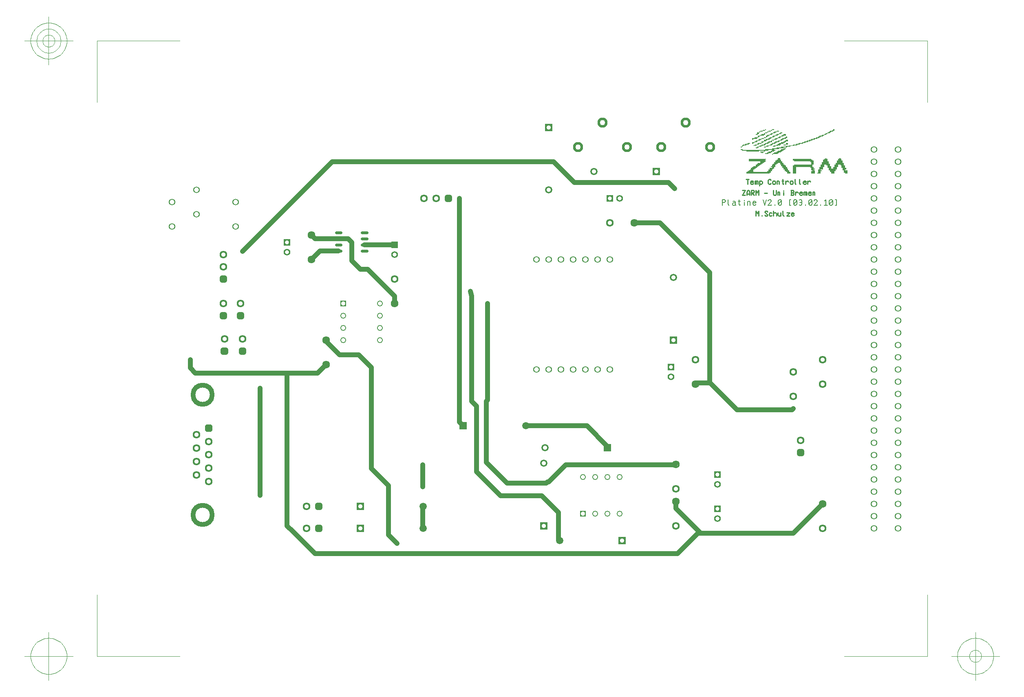
<source format=gbr>
G04 Generated by Ultiboard 10.0 *
%FSLAX25Y25*%
%MOIN*%

%ADD27C,0.01000*%
%ADD14C,0.04000*%
%ADD44C,0.00724*%
%ADD23C,0.00004*%
%ADD22C,0.00394*%
%ADD28C,0.03937X0.02362*%
%ADD29C,0.06334X0.03500*%
%ADD45C,0.19666X0.11833*%
%ADD46R,0.02667X0.02667X0.03333*%
%ADD47C,0.03333*%
%ADD35R,0.05512X0.05512X0.03150*%
%ADD34C,0.05512X0.03150*%
%ADD37R,0.05906X0.05906X0.03543*%
%ADD36C,0.05906X0.03543*%
%ADD38R,0.02083X0.02083X0.03917*%
%ADD18C,0.03917*%
%ADD33C,0.04900X0.03500*%
%ADD32R,0.04900X0.04900X0.03500*%
%ADD41C,0.05337X0.03937*%
%ADD48R,0.03740X0.00001*%
%ADD11C,0.02362*%
%ADD31C,0.08334X0.04333*%


G04 ColorRGB 00FF00 for the following layer *
%LNCopper Top*%
%LPD*%
%FSLAX25Y25*%
%MOIN*%
G54D27*
X484596Y323591D02*
X484596Y327599D01*
X483399Y327599D02*
X485793Y327599D01*
X489385Y324392D02*
X488586Y323591D01*
X488586Y323591D02*
X487788Y323591D01*
X487788Y323591D02*
X486990Y324392D01*
X486990Y324392D02*
X486990Y325595D01*
X486990Y325595D02*
X487788Y326397D01*
X487788Y326397D02*
X488586Y326397D01*
X488586Y326397D02*
X489385Y325595D01*
X489385Y325595D02*
X488986Y325194D01*
X488986Y325194D02*
X486990Y325194D01*
X490582Y323591D02*
X490582Y325996D01*
X490582Y325996D02*
X490582Y326397D01*
X490582Y325996D02*
X490981Y326397D01*
X490981Y326397D02*
X491380Y326397D01*
X491380Y326397D02*
X491779Y325996D01*
X491779Y325996D02*
X492178Y326397D01*
X492178Y326397D02*
X492577Y326397D01*
X492577Y326397D02*
X492976Y325996D01*
X492976Y325996D02*
X492976Y323591D01*
X491779Y325996D02*
X491779Y323591D01*
X494173Y324392D02*
X494971Y323591D01*
X494971Y323591D02*
X495769Y323591D01*
X495769Y323591D02*
X496567Y324392D01*
X496567Y324392D02*
X496567Y325595D01*
X496567Y325595D02*
X495769Y326397D01*
X495769Y326397D02*
X494971Y326397D01*
X494971Y326397D02*
X494173Y325595D01*
X494173Y322388D02*
X494173Y326397D01*
X503750Y324392D02*
X502952Y323591D01*
X502952Y323591D02*
X502154Y323591D01*
X502154Y323591D02*
X501356Y324392D01*
X501356Y324392D02*
X501356Y326797D01*
X501356Y326797D02*
X502154Y327599D01*
X502154Y327599D02*
X502952Y327599D01*
X502952Y327599D02*
X503750Y326797D01*
X504947Y324392D02*
X505745Y323591D01*
X505745Y323591D02*
X506543Y323591D01*
X506543Y323591D02*
X507341Y324392D01*
X507341Y324392D02*
X507341Y325595D01*
X507341Y325595D02*
X506543Y326397D01*
X506543Y326397D02*
X505745Y326397D01*
X505745Y326397D02*
X504947Y325595D01*
X504947Y325595D02*
X504947Y324392D01*
X508538Y323591D02*
X508538Y325996D01*
X508538Y325996D02*
X508538Y326397D01*
X508538Y325996D02*
X508937Y326397D01*
X508937Y326397D02*
X509735Y326397D01*
X509735Y326397D02*
X510134Y325996D01*
X510134Y325996D02*
X510134Y323591D01*
X514125Y323992D02*
X513726Y323591D01*
X513726Y323591D02*
X513327Y323992D01*
X513327Y323992D02*
X513327Y327599D01*
X512529Y326397D02*
X514125Y326397D01*
X515721Y325194D02*
X516918Y326397D01*
X516918Y326397D02*
X517317Y326397D01*
X517317Y326397D02*
X518115Y325595D01*
X515721Y323591D02*
X515721Y326397D01*
X519312Y324392D02*
X520110Y323591D01*
X520110Y323591D02*
X520908Y323591D01*
X520908Y323591D02*
X521706Y324392D01*
X521706Y324392D02*
X521706Y325595D01*
X521706Y325595D02*
X520908Y326397D01*
X520908Y326397D02*
X520110Y326397D01*
X520110Y326397D02*
X519312Y325595D01*
X519312Y325595D02*
X519312Y324392D01*
X523302Y327599D02*
X523302Y324392D01*
X523302Y324392D02*
X524101Y323591D01*
X526894Y327599D02*
X526894Y324392D01*
X526894Y324392D02*
X527692Y323591D01*
X532480Y324392D02*
X531682Y323591D01*
X531682Y323591D02*
X530884Y323591D01*
X530884Y323591D02*
X530086Y324392D01*
X530086Y324392D02*
X530086Y325595D01*
X530086Y325595D02*
X530884Y326397D01*
X530884Y326397D02*
X531682Y326397D01*
X531682Y326397D02*
X532480Y325595D01*
X532480Y325595D02*
X532081Y325194D01*
X532081Y325194D02*
X530086Y325194D01*
X533677Y325194D02*
X534874Y326397D01*
X534874Y326397D02*
X535273Y326397D01*
X535273Y326397D02*
X536072Y325595D01*
X533677Y323591D02*
X533677Y326397D01*
X480399Y318599D02*
X482793Y318599D01*
X482793Y318599D02*
X480399Y314591D01*
X480399Y314591D02*
X482793Y314591D01*
X483990Y314591D02*
X483990Y316996D01*
X483990Y316996D02*
X484788Y318599D01*
X484788Y318599D02*
X485586Y318599D01*
X485586Y318599D02*
X486385Y316996D01*
X486385Y316996D02*
X486385Y314591D01*
X483990Y315793D02*
X486385Y315793D01*
X487582Y314591D02*
X487582Y318599D01*
X487582Y318599D02*
X489178Y318599D01*
X489178Y318599D02*
X489976Y317797D01*
X489976Y317797D02*
X489976Y317397D01*
X489976Y317397D02*
X489178Y316595D01*
X489178Y316595D02*
X487582Y316595D01*
X487981Y316595D02*
X489976Y314591D01*
X491173Y314591D02*
X491173Y318599D01*
X491173Y318599D02*
X492370Y316595D01*
X492370Y316595D02*
X493567Y318599D01*
X493567Y318599D02*
X493567Y314591D01*
X498356Y316194D02*
X500750Y316194D01*
X505538Y318599D02*
X505538Y315392D01*
X505538Y315392D02*
X506336Y314591D01*
X506336Y314591D02*
X507134Y314591D01*
X507134Y314591D02*
X507932Y315392D01*
X507932Y315392D02*
X507932Y318599D01*
X509129Y314591D02*
X509129Y316996D01*
X509129Y316996D02*
X509129Y317397D01*
X509129Y316996D02*
X509529Y317397D01*
X509529Y317397D02*
X510327Y317397D01*
X510327Y317397D02*
X510726Y316996D01*
X510726Y316996D02*
X510726Y314591D01*
X513918Y314591D02*
X513918Y316996D01*
X513918Y317797D02*
X513918Y318198D01*
X519903Y314591D02*
X521500Y314591D01*
X521500Y314591D02*
X522298Y315392D01*
X522298Y315392D02*
X522298Y315793D01*
X522298Y315793D02*
X521500Y316595D01*
X521500Y316595D02*
X522298Y317397D01*
X522298Y317397D02*
X522298Y317797D01*
X522298Y317797D02*
X521500Y318599D01*
X521500Y318599D02*
X520302Y318599D01*
X520302Y318599D02*
X519903Y318599D01*
X520302Y316595D02*
X521500Y316595D01*
X520302Y318599D02*
X520302Y314591D01*
X523495Y316194D02*
X524692Y317397D01*
X524692Y317397D02*
X525091Y317397D01*
X525091Y317397D02*
X525889Y316595D01*
X523495Y314591D02*
X523495Y317397D01*
X529480Y315392D02*
X528682Y314591D01*
X528682Y314591D02*
X527884Y314591D01*
X527884Y314591D02*
X527086Y315392D01*
X527086Y315392D02*
X527086Y316595D01*
X527086Y316595D02*
X527884Y317397D01*
X527884Y317397D02*
X528682Y317397D01*
X528682Y317397D02*
X529480Y316595D01*
X529480Y316595D02*
X529081Y316194D01*
X529081Y316194D02*
X527086Y316194D01*
X530677Y314591D02*
X530677Y316996D01*
X530677Y316996D02*
X530677Y317397D01*
X530677Y316996D02*
X531076Y317397D01*
X531076Y317397D02*
X531475Y317397D01*
X531475Y317397D02*
X531874Y316996D01*
X531874Y316996D02*
X532273Y317397D01*
X532273Y317397D02*
X532673Y317397D01*
X532673Y317397D02*
X533072Y316996D01*
X533072Y316996D02*
X533072Y314591D01*
X531874Y316996D02*
X531874Y314591D01*
X536663Y315392D02*
X535865Y314591D01*
X535865Y314591D02*
X535067Y314591D01*
X535067Y314591D02*
X534269Y315392D01*
X534269Y315392D02*
X534269Y316595D01*
X534269Y316595D02*
X535067Y317397D01*
X535067Y317397D02*
X535865Y317397D01*
X535865Y317397D02*
X536663Y316595D01*
X536663Y316595D02*
X536264Y316194D01*
X536264Y316194D02*
X534269Y316194D01*
X537860Y314591D02*
X537860Y316996D01*
X537860Y316996D02*
X537860Y317397D01*
X537860Y316996D02*
X538259Y317397D01*
X538259Y317397D02*
X539057Y317397D01*
X539057Y317397D02*
X539456Y316996D01*
X539456Y316996D02*
X539456Y314591D01*
X491399Y297591D02*
X491399Y301599D01*
X491399Y301599D02*
X492596Y299595D01*
X492596Y299595D02*
X493793Y301599D01*
X493793Y301599D02*
X493793Y297591D01*
X496187Y297591D02*
X496187Y297992D01*
X498582Y298392D02*
X499380Y297591D01*
X499380Y297591D02*
X500178Y297591D01*
X500178Y297591D02*
X500976Y298392D01*
X500976Y298392D02*
X498582Y300797D01*
X498582Y300797D02*
X499380Y301599D01*
X499380Y301599D02*
X500178Y301599D01*
X500178Y301599D02*
X500976Y300797D01*
X504168Y297992D02*
X503769Y297591D01*
X503769Y297591D02*
X502971Y297591D01*
X502971Y297591D02*
X502173Y298392D01*
X502173Y298392D02*
X502173Y299595D01*
X502173Y299595D02*
X502971Y300397D01*
X502971Y300397D02*
X503769Y300397D01*
X503769Y300397D02*
X504168Y299996D01*
X505764Y299595D02*
X506562Y300397D01*
X506562Y300397D02*
X507360Y300397D01*
X507360Y300397D02*
X508158Y299595D01*
X508158Y299595D02*
X508158Y297591D01*
X505764Y301599D02*
X505764Y297591D01*
X509356Y300397D02*
X509356Y298392D01*
X509356Y298392D02*
X510154Y297591D01*
X510154Y297591D02*
X510952Y297591D01*
X510952Y297591D02*
X511750Y298392D01*
X511750Y298392D02*
X511750Y300397D01*
X511750Y298392D02*
X511750Y297591D01*
X513346Y301599D02*
X513346Y298392D01*
X513346Y298392D02*
X514144Y297591D01*
X516538Y300397D02*
X518932Y300397D01*
X518932Y300397D02*
X516538Y297591D01*
X516538Y297591D02*
X518932Y297591D01*
X522524Y298392D02*
X521726Y297591D01*
X521726Y297591D02*
X520928Y297591D01*
X520928Y297591D02*
X520129Y298392D01*
X520129Y298392D02*
X520129Y299595D01*
X520129Y299595D02*
X520928Y300397D01*
X520928Y300397D02*
X521726Y300397D01*
X521726Y300397D02*
X522524Y299595D01*
X522524Y299595D02*
X522125Y299194D01*
X522125Y299194D02*
X520129Y299194D01*
G54D14*
X522000Y38000D02*
X446000Y38000D01*
X476000Y139000D02*
X521000Y139000D01*
X145050Y342000D02*
X326000Y342000D01*
X249000Y129000D02*
X249000Y312000D01*
X252000Y126000D02*
X249000Y129000D01*
X427450Y21450D02*
X130900Y21450D01*
X168000Y254000D02*
X161000Y261000D01*
X174000Y254000D02*
X168000Y254000D01*
X196000Y232000D02*
X174000Y254000D01*
X130900Y21450D02*
X111000Y41350D01*
X133000Y169000D02*
X108000Y169000D01*
X86000Y68984D02*
X86000Y156467D01*
X108000Y44000D02*
X108000Y169000D01*
X110000Y42000D02*
X108000Y44000D01*
X108000Y169000D02*
X33000Y169000D01*
X28828Y173172D02*
X28828Y174328D01*
X29000Y174500D02*
X29000Y180000D01*
X29000Y174500D02*
X28828Y174328D01*
X28828Y173172D02*
X33000Y169000D01*
X177000Y91000D02*
X177000Y173500D01*
X191000Y77000D02*
X177000Y91000D01*
X191000Y36600D02*
X191000Y77000D01*
X198050Y29550D02*
X191000Y36600D01*
X219181Y42000D02*
X219000Y42181D01*
X219000Y42181D02*
X219000Y59909D01*
X219000Y94000D02*
X219000Y76000D01*
X151000Y184000D02*
X140000Y195000D01*
X166500Y184000D02*
X151000Y184000D01*
X140000Y176000D02*
X133000Y169000D01*
X177000Y173500D02*
X166500Y184000D01*
X140000Y195000D02*
X140000Y196000D01*
X196000Y232000D02*
X196000Y226000D01*
X145050Y342000D02*
X71600Y268550D01*
X128000Y262000D02*
X135000Y269000D01*
X128000Y282000D02*
X131000Y279000D01*
X196000Y274000D02*
X171260Y274000D01*
X158000Y279000D02*
X160900Y276100D01*
X158000Y279000D02*
X150000Y279000D01*
X135000Y269000D02*
X150000Y269000D01*
X131000Y279000D02*
X150000Y279000D01*
X160900Y276100D02*
X160900Y261100D01*
X161000Y261000D02*
X161000Y261950D01*
X453750Y251250D02*
X413000Y292000D01*
X453750Y161250D02*
X453750Y251250D01*
X350000Y94000D02*
X425000Y94000D01*
X263000Y142000D02*
X263000Y88279D01*
X271000Y96000D02*
X271000Y146000D01*
X353200Y125800D02*
X370000Y109000D01*
X303181Y126000D02*
X303381Y125800D01*
X303381Y125800D02*
X353200Y125800D01*
X303000Y125409D02*
X303000Y125909D01*
X316400Y68600D02*
X282678Y68600D01*
X320000Y79000D02*
X288000Y79000D01*
X330000Y55000D02*
X316400Y68600D01*
X282678Y68600D02*
X263000Y88279D01*
X288000Y79000D02*
X271000Y96000D01*
X330000Y32819D02*
X330000Y55000D01*
X330819Y32000D02*
X330000Y32819D01*
X336000Y94000D02*
X350000Y94000D01*
X336000Y94000D02*
X322000Y80000D01*
X321000Y80000D02*
X320000Y79000D01*
X322000Y80000D02*
X321000Y80000D01*
X370000Y109000D02*
X370000Y108000D01*
X272000Y147000D02*
X272000Y226000D01*
X259000Y232000D02*
X259000Y146000D01*
X259000Y146000D02*
X263000Y142000D01*
X271000Y146000D02*
X272000Y147000D01*
X258000Y236000D02*
X259000Y232000D01*
X446000Y38250D02*
X426000Y58250D01*
X427450Y21450D02*
X444000Y38000D01*
X426000Y64000D02*
X426000Y58250D01*
X425000Y94000D02*
X425714Y94714D01*
X444000Y38000D02*
X446000Y38000D01*
X446000Y38000D02*
X446000Y38250D01*
X443000Y161000D02*
X454000Y161000D01*
X442000Y160000D02*
X443000Y161000D01*
X476000Y139000D02*
X453750Y161250D01*
X343000Y325000D02*
X420000Y325000D01*
X343000Y325000D02*
X326000Y342000D01*
X392000Y292000D02*
X413000Y292000D01*
X425000Y320000D02*
X420000Y325000D01*
X546000Y62000D02*
X522000Y38000D01*
X522000Y140000D02*
X521000Y139000D01*
G54D44*
X463839Y306334D02*
X463839Y310985D01*
X463839Y310985D02*
X465691Y310985D01*
X465691Y310985D02*
X466617Y310055D01*
X466617Y310055D02*
X466617Y309589D01*
X466617Y309589D02*
X465691Y308659D01*
X465691Y308659D02*
X463839Y308659D01*
X468469Y310985D02*
X468469Y307264D01*
X468469Y307264D02*
X469395Y306334D01*
X472637Y309589D02*
X474026Y309589D01*
X474026Y309589D02*
X474489Y309124D01*
X474489Y309124D02*
X474489Y306799D01*
X474489Y306799D02*
X474026Y306334D01*
X474026Y306334D02*
X472637Y306334D01*
X472637Y306334D02*
X472174Y306799D01*
X472174Y306799D02*
X472174Y307729D01*
X472174Y307729D02*
X472637Y308194D01*
X472637Y308194D02*
X474489Y308194D01*
X474489Y306799D02*
X474952Y306334D01*
X478656Y306799D02*
X478193Y306334D01*
X478193Y306334D02*
X477730Y306799D01*
X477730Y306799D02*
X477730Y310985D01*
X476804Y309589D02*
X478656Y309589D01*
X481897Y306334D02*
X481897Y309124D01*
X481897Y310055D02*
X481897Y310520D01*
X484676Y306334D02*
X484676Y309124D01*
X484676Y309124D02*
X484676Y309589D01*
X484676Y309124D02*
X485139Y309589D01*
X485139Y309589D02*
X486065Y309589D01*
X486065Y309589D02*
X486528Y309124D01*
X486528Y309124D02*
X486528Y306334D01*
X491621Y307264D02*
X490695Y306334D01*
X490695Y306334D02*
X489769Y306334D01*
X489769Y306334D02*
X488843Y307264D01*
X488843Y307264D02*
X488843Y308659D01*
X488843Y308659D02*
X489769Y309589D01*
X489769Y309589D02*
X490695Y309589D01*
X490695Y309589D02*
X491621Y308659D01*
X491621Y308659D02*
X491158Y308194D01*
X491158Y308194D02*
X488843Y308194D01*
X497177Y310985D02*
X498567Y306334D01*
X498567Y306334D02*
X499956Y310985D01*
X501345Y310055D02*
X502271Y310985D01*
X502271Y310985D02*
X503197Y310985D01*
X503197Y310985D02*
X504123Y310055D01*
X504123Y310055D02*
X504123Y309589D01*
X504123Y309589D02*
X501345Y306334D01*
X501345Y306334D02*
X504123Y306334D01*
X504123Y306334D02*
X504123Y306799D01*
X506901Y306334D02*
X506901Y306799D01*
X509679Y310055D02*
X510605Y310985D01*
X510605Y310985D02*
X511532Y310985D01*
X511532Y310985D02*
X512458Y310055D01*
X512458Y310055D02*
X512458Y307264D01*
X512458Y307264D02*
X511532Y306334D01*
X511532Y306334D02*
X510605Y306334D01*
X510605Y306334D02*
X509679Y307264D01*
X509679Y307264D02*
X509679Y310055D01*
X512458Y310055D02*
X509679Y307264D01*
X519866Y306334D02*
X518940Y306334D01*
X518940Y306334D02*
X518940Y310985D01*
X518940Y310985D02*
X519866Y310985D01*
X522181Y310055D02*
X523107Y310985D01*
X523107Y310985D02*
X524033Y310985D01*
X524033Y310985D02*
X524960Y310055D01*
X524960Y310055D02*
X524960Y307264D01*
X524960Y307264D02*
X524033Y306334D01*
X524033Y306334D02*
X523107Y306334D01*
X523107Y306334D02*
X522181Y307264D01*
X522181Y307264D02*
X522181Y310055D01*
X524960Y310055D02*
X522181Y307264D01*
X526812Y310520D02*
X527275Y310985D01*
X527275Y310985D02*
X528201Y310985D01*
X528201Y310985D02*
X529127Y310055D01*
X529127Y310055D02*
X529127Y309124D01*
X529127Y309124D02*
X528664Y308659D01*
X528664Y308659D02*
X529127Y308194D01*
X529127Y308194D02*
X529127Y307264D01*
X529127Y307264D02*
X528201Y306334D01*
X528201Y306334D02*
X527275Y306334D01*
X527275Y306334D02*
X526812Y306799D01*
X527275Y308659D02*
X528664Y308659D01*
X531905Y306334D02*
X531905Y306799D01*
X534683Y310055D02*
X535609Y310985D01*
X535609Y310985D02*
X536535Y310985D01*
X536535Y310985D02*
X537461Y310055D01*
X537461Y310055D02*
X537461Y307264D01*
X537461Y307264D02*
X536535Y306334D01*
X536535Y306334D02*
X535609Y306334D01*
X535609Y306334D02*
X534683Y307264D01*
X534683Y307264D02*
X534683Y310055D01*
X537461Y310055D02*
X534683Y307264D01*
X538851Y310055D02*
X539777Y310985D01*
X539777Y310985D02*
X540703Y310985D01*
X540703Y310985D02*
X541629Y310055D01*
X541629Y310055D02*
X541629Y309589D01*
X541629Y309589D02*
X538851Y306334D01*
X538851Y306334D02*
X541629Y306334D01*
X541629Y306334D02*
X541629Y306799D01*
X544407Y306334D02*
X544407Y306799D01*
X547648Y310055D02*
X548574Y310985D01*
X548574Y310985D02*
X548574Y306334D01*
X547185Y306334D02*
X549963Y306334D01*
X551352Y310055D02*
X552279Y310985D01*
X552279Y310985D02*
X553205Y310985D01*
X553205Y310985D02*
X554131Y310055D01*
X554131Y310055D02*
X554131Y307264D01*
X554131Y307264D02*
X553205Y306334D01*
X553205Y306334D02*
X552279Y306334D01*
X552279Y306334D02*
X551352Y307264D01*
X551352Y307264D02*
X551352Y310055D01*
X554131Y310055D02*
X551352Y307264D01*
X556446Y310985D02*
X557372Y310985D01*
X557372Y310985D02*
X557372Y306334D01*
X557372Y306334D02*
X556446Y306334D01*
G54D23*
G36*
X498814Y368017D02*
X499763Y368017D01*
X499763Y368678D01*
X498814Y368678D01*
X498814Y368017D01*
G37*
G36*
X504505Y368017D02*
X505454Y368017D01*
X505454Y368678D01*
X504505Y368678D01*
X504505Y368017D01*
G37*
G36*
X505454Y368017D02*
X506402Y368017D01*
X506402Y368678D01*
X505454Y368678D01*
X505454Y368017D01*
G37*
G36*
X554773Y368017D02*
X555722Y368017D01*
X555722Y368678D01*
X554773Y368678D01*
X554773Y368017D01*
G37*
G36*
X496918Y367356D02*
X497866Y367356D01*
X497866Y368017D01*
X496918Y368017D01*
X496918Y367356D01*
G37*
G36*
X497866Y367356D02*
X498814Y367356D01*
X498814Y368017D01*
X497866Y368017D01*
X497866Y367356D01*
G37*
G36*
X503557Y367356D02*
X504505Y367356D01*
X504505Y368017D01*
X503557Y368017D01*
X503557Y367356D01*
G37*
G36*
X553825Y367356D02*
X554773Y367356D01*
X554773Y368017D01*
X553825Y368017D01*
X553825Y367356D01*
G37*
G36*
X554773Y367356D02*
X555722Y367356D01*
X555722Y368017D01*
X554773Y368017D01*
X554773Y367356D01*
G37*
G36*
X495021Y366695D02*
X495969Y366695D01*
X495969Y367356D01*
X495021Y367356D01*
X495021Y366695D01*
G37*
G36*
X495969Y366695D02*
X496918Y366695D01*
X496918Y367356D01*
X495969Y367356D01*
X495969Y366695D01*
G37*
G36*
X501660Y366695D02*
X502608Y366695D01*
X502608Y367356D01*
X501660Y367356D01*
X501660Y366695D01*
G37*
G36*
X502608Y366695D02*
X503557Y366695D01*
X503557Y367356D01*
X502608Y367356D01*
X502608Y366695D01*
G37*
G36*
X508299Y366695D02*
X509247Y366695D01*
X509247Y367356D01*
X508299Y367356D01*
X508299Y366695D01*
G37*
G36*
X509247Y366695D02*
X510196Y366695D01*
X510196Y367356D01*
X509247Y367356D01*
X509247Y366695D01*
G37*
G36*
X551928Y366695D02*
X552876Y366695D01*
X552876Y367356D01*
X551928Y367356D01*
X551928Y366695D01*
G37*
G36*
X552876Y366695D02*
X553825Y366695D01*
X553825Y367356D01*
X552876Y367356D01*
X552876Y366695D01*
G37*
G36*
X553825Y366695D02*
X554773Y366695D01*
X554773Y367356D01*
X553825Y367356D01*
X553825Y366695D01*
G37*
G36*
X494072Y366034D02*
X495021Y366034D01*
X495021Y366695D01*
X494072Y366695D01*
X494072Y366034D01*
G37*
G36*
X500711Y366034D02*
X501660Y366034D01*
X501660Y366695D01*
X500711Y366695D01*
X500711Y366034D01*
G37*
G36*
X506402Y366034D02*
X507351Y366034D01*
X507351Y366695D01*
X506402Y366695D01*
X506402Y366034D01*
G37*
G36*
X507351Y366034D02*
X508299Y366034D01*
X508299Y366695D01*
X507351Y366695D01*
X507351Y366034D01*
G37*
G36*
X550979Y366034D02*
X551928Y366034D01*
X551928Y366695D01*
X550979Y366695D01*
X550979Y366034D01*
G37*
G36*
X551928Y366034D02*
X552876Y366034D01*
X552876Y366695D01*
X551928Y366695D01*
X551928Y366034D01*
G37*
G36*
X492175Y365373D02*
X493124Y365373D01*
X493124Y366034D01*
X492175Y366034D01*
X492175Y365373D01*
G37*
G36*
X493124Y365373D02*
X494072Y365373D01*
X494072Y366034D01*
X493124Y366034D01*
X493124Y365373D01*
G37*
G36*
X498814Y365373D02*
X499763Y365373D01*
X499763Y366034D01*
X498814Y366034D01*
X498814Y365373D01*
G37*
G36*
X499763Y365373D02*
X500711Y365373D01*
X500711Y366034D01*
X499763Y366034D01*
X499763Y365373D01*
G37*
G36*
X505454Y365373D02*
X506402Y365373D01*
X506402Y366034D01*
X505454Y366034D01*
X505454Y365373D01*
G37*
G36*
X506402Y365373D02*
X507351Y365373D01*
X507351Y366034D01*
X506402Y366034D01*
X506402Y365373D01*
G37*
G36*
X511144Y365373D02*
X512093Y365373D01*
X512093Y366034D01*
X511144Y366034D01*
X511144Y365373D01*
G37*
G36*
X512093Y365373D02*
X513041Y365373D01*
X513041Y366034D01*
X512093Y366034D01*
X512093Y365373D01*
G37*
G36*
X550031Y365373D02*
X550979Y365373D01*
X550979Y366034D01*
X550031Y366034D01*
X550031Y365373D01*
G37*
G36*
X550979Y365373D02*
X551928Y365373D01*
X551928Y366034D01*
X550979Y366034D01*
X550979Y365373D01*
G37*
G36*
X492175Y364712D02*
X493124Y364712D01*
X493124Y365373D01*
X492175Y365373D01*
X492175Y364712D01*
G37*
G36*
X493124Y364712D02*
X494072Y364712D01*
X494072Y365373D01*
X493124Y365373D01*
X493124Y364712D01*
G37*
G36*
X497866Y364712D02*
X498814Y364712D01*
X498814Y365373D01*
X497866Y365373D01*
X497866Y364712D01*
G37*
G36*
X503557Y364712D02*
X504505Y364712D01*
X504505Y365373D01*
X503557Y365373D01*
X503557Y364712D01*
G37*
G36*
X504505Y364712D02*
X505454Y364712D01*
X505454Y365373D01*
X504505Y365373D01*
X504505Y364712D01*
G37*
G36*
X510196Y364712D02*
X511144Y364712D01*
X511144Y365373D01*
X510196Y365373D01*
X510196Y364712D01*
G37*
G36*
X511144Y364712D02*
X512093Y364712D01*
X512093Y365373D01*
X511144Y365373D01*
X511144Y364712D01*
G37*
G36*
X548134Y364712D02*
X549082Y364712D01*
X549082Y365373D01*
X548134Y365373D01*
X548134Y364712D01*
G37*
G36*
X549082Y364712D02*
X550031Y364712D01*
X550031Y365373D01*
X549082Y365373D01*
X549082Y364712D01*
G37*
G36*
X491227Y364051D02*
X492175Y364051D01*
X492175Y364712D01*
X491227Y364712D01*
X491227Y364051D01*
G37*
G36*
X492175Y364051D02*
X493124Y364051D01*
X493124Y364712D01*
X492175Y364712D01*
X492175Y364051D01*
G37*
G36*
X495969Y364051D02*
X496918Y364051D01*
X496918Y364712D01*
X495969Y364712D01*
X495969Y364051D01*
G37*
G36*
X496918Y364051D02*
X497866Y364051D01*
X497866Y364712D01*
X496918Y364712D01*
X496918Y364051D01*
G37*
G36*
X497866Y364051D02*
X498814Y364051D01*
X498814Y364712D01*
X497866Y364712D01*
X497866Y364051D01*
G37*
G36*
X502608Y364051D02*
X503557Y364051D01*
X503557Y364712D01*
X502608Y364712D01*
X502608Y364051D01*
G37*
G36*
X503557Y364051D02*
X504505Y364051D01*
X504505Y364712D01*
X503557Y364712D01*
X503557Y364051D01*
G37*
G36*
X508299Y364051D02*
X509247Y364051D01*
X509247Y364712D01*
X508299Y364712D01*
X508299Y364051D01*
G37*
G36*
X509247Y364051D02*
X510196Y364051D01*
X510196Y364712D01*
X509247Y364712D01*
X509247Y364051D01*
G37*
G36*
X513990Y364051D02*
X514938Y364051D01*
X514938Y364712D01*
X513990Y364712D01*
X513990Y364051D01*
G37*
G36*
X514938Y364051D02*
X515887Y364051D01*
X515887Y364712D01*
X514938Y364712D01*
X514938Y364051D01*
G37*
G36*
X547186Y364051D02*
X548134Y364051D01*
X548134Y364712D01*
X547186Y364712D01*
X547186Y364051D01*
G37*
G36*
X548134Y364051D02*
X549082Y364051D01*
X549082Y364712D01*
X548134Y364712D01*
X548134Y364051D01*
G37*
G36*
X495021Y363390D02*
X495969Y363390D01*
X495969Y364051D01*
X495021Y364051D01*
X495021Y363390D01*
G37*
G36*
X495969Y363390D02*
X496918Y363390D01*
X496918Y364051D01*
X495969Y364051D01*
X495969Y363390D01*
G37*
G36*
X496918Y363390D02*
X497866Y363390D01*
X497866Y364051D01*
X496918Y364051D01*
X496918Y363390D01*
G37*
G36*
X500711Y363390D02*
X501660Y363390D01*
X501660Y364051D01*
X500711Y364051D01*
X500711Y363390D01*
G37*
G36*
X501660Y363390D02*
X502608Y363390D01*
X502608Y364051D01*
X501660Y364051D01*
X501660Y363390D01*
G37*
G36*
X507351Y363390D02*
X508299Y363390D01*
X508299Y364051D01*
X507351Y364051D01*
X507351Y363390D01*
G37*
G36*
X508299Y363390D02*
X509247Y363390D01*
X509247Y364051D01*
X508299Y364051D01*
X508299Y363390D01*
G37*
G36*
X513041Y363390D02*
X513990Y363390D01*
X513990Y364051D01*
X513041Y364051D01*
X513041Y363390D01*
G37*
G36*
X513990Y363390D02*
X514938Y363390D01*
X514938Y364051D01*
X513990Y364051D01*
X513990Y363390D01*
G37*
G36*
X514938Y363390D02*
X515887Y363390D01*
X515887Y364051D01*
X514938Y364051D01*
X514938Y363390D01*
G37*
G36*
X545289Y363390D02*
X546237Y363390D01*
X546237Y364051D01*
X545289Y364051D01*
X545289Y363390D01*
G37*
G36*
X546237Y363390D02*
X547186Y363390D01*
X547186Y364051D01*
X546237Y364051D01*
X546237Y363390D01*
G37*
G36*
X493124Y362729D02*
X494072Y362729D01*
X494072Y363390D01*
X493124Y363390D01*
X493124Y362729D01*
G37*
G36*
X494072Y362729D02*
X495021Y362729D01*
X495021Y363390D01*
X494072Y363390D01*
X494072Y362729D01*
G37*
G36*
X499763Y362729D02*
X500711Y362729D01*
X500711Y363390D01*
X499763Y363390D01*
X499763Y362729D01*
G37*
G36*
X500711Y362729D02*
X501660Y362729D01*
X501660Y363390D01*
X500711Y363390D01*
X500711Y362729D01*
G37*
G36*
X505454Y362729D02*
X506402Y362729D01*
X506402Y363390D01*
X505454Y363390D01*
X505454Y362729D01*
G37*
G36*
X506402Y362729D02*
X507351Y362729D01*
X507351Y363390D01*
X506402Y363390D01*
X506402Y362729D01*
G37*
G36*
X512093Y362729D02*
X513041Y362729D01*
X513041Y363390D01*
X512093Y363390D01*
X512093Y362729D01*
G37*
G36*
X513041Y362729D02*
X513990Y362729D01*
X513990Y363390D01*
X513041Y363390D01*
X513041Y362729D01*
G37*
G36*
X543392Y362729D02*
X544340Y362729D01*
X544340Y363390D01*
X543392Y363390D01*
X543392Y362729D01*
G37*
G36*
X544340Y362729D02*
X545289Y362729D01*
X545289Y363390D01*
X544340Y363390D01*
X544340Y362729D01*
G37*
G36*
X545289Y362729D02*
X546237Y362729D01*
X546237Y363390D01*
X545289Y363390D01*
X545289Y362729D01*
G37*
G36*
X493124Y362068D02*
X494072Y362068D01*
X494072Y362729D01*
X493124Y362729D01*
X493124Y362068D01*
G37*
G36*
X499763Y362068D02*
X500711Y362068D01*
X500711Y362729D01*
X499763Y362729D01*
X499763Y362068D01*
G37*
G36*
X504505Y362068D02*
X505454Y362068D01*
X505454Y362729D01*
X504505Y362729D01*
X504505Y362068D01*
G37*
G36*
X505454Y362068D02*
X506402Y362068D01*
X506402Y362729D01*
X505454Y362729D01*
X505454Y362068D01*
G37*
G36*
X510196Y362068D02*
X511144Y362068D01*
X511144Y362729D01*
X510196Y362729D01*
X510196Y362068D01*
G37*
G36*
X511144Y362068D02*
X512093Y362068D01*
X512093Y362729D01*
X511144Y362729D01*
X511144Y362068D01*
G37*
G36*
X515887Y362068D02*
X516835Y362068D01*
X516835Y362729D01*
X515887Y362729D01*
X515887Y362068D01*
G37*
G36*
X542443Y362068D02*
X543392Y362068D01*
X543392Y362729D01*
X542443Y362729D01*
X542443Y362068D01*
G37*
G36*
X543392Y362068D02*
X544340Y362068D01*
X544340Y362729D01*
X543392Y362729D01*
X543392Y362068D01*
G37*
G36*
X490278Y361407D02*
X491227Y361407D01*
X491227Y362068D01*
X490278Y362068D01*
X490278Y361407D01*
G37*
G36*
X491227Y361407D02*
X492175Y361407D01*
X492175Y362068D01*
X491227Y362068D01*
X491227Y361407D01*
G37*
G36*
X492175Y361407D02*
X493124Y361407D01*
X493124Y362068D01*
X492175Y362068D01*
X492175Y361407D01*
G37*
G36*
X497866Y361407D02*
X498814Y361407D01*
X498814Y362068D01*
X497866Y362068D01*
X497866Y361407D01*
G37*
G36*
X498814Y361407D02*
X499763Y361407D01*
X499763Y362068D01*
X498814Y362068D01*
X498814Y361407D01*
G37*
G36*
X502608Y361407D02*
X503557Y361407D01*
X503557Y362068D01*
X502608Y362068D01*
X502608Y361407D01*
G37*
G36*
X503557Y361407D02*
X504505Y361407D01*
X504505Y362068D01*
X503557Y362068D01*
X503557Y361407D01*
G37*
G36*
X509247Y361407D02*
X510196Y361407D01*
X510196Y362068D01*
X509247Y362068D01*
X509247Y361407D01*
G37*
G36*
X510196Y361407D02*
X511144Y361407D01*
X511144Y362068D01*
X510196Y362068D01*
X510196Y361407D01*
G37*
G36*
X514938Y361407D02*
X515887Y361407D01*
X515887Y362068D01*
X514938Y362068D01*
X514938Y361407D01*
G37*
G36*
X515887Y361407D02*
X516835Y361407D01*
X516835Y362068D01*
X515887Y362068D01*
X515887Y361407D01*
G37*
G36*
X540546Y361407D02*
X541495Y361407D01*
X541495Y362068D01*
X540546Y362068D01*
X540546Y361407D01*
G37*
G36*
X541495Y361407D02*
X542443Y361407D01*
X542443Y362068D01*
X541495Y362068D01*
X541495Y361407D01*
G37*
G36*
X542443Y361407D02*
X543392Y361407D01*
X543392Y362068D01*
X542443Y362068D01*
X542443Y361407D01*
G37*
G36*
X488381Y360746D02*
X489330Y360746D01*
X489330Y361407D01*
X488381Y361407D01*
X488381Y360746D01*
G37*
G36*
X489330Y360746D02*
X490278Y360746D01*
X490278Y361407D01*
X489330Y361407D01*
X489330Y360746D01*
G37*
G36*
X490278Y360746D02*
X491227Y360746D01*
X491227Y361407D01*
X490278Y361407D01*
X490278Y360746D01*
G37*
G36*
X491227Y360746D02*
X492175Y360746D01*
X492175Y361407D01*
X491227Y361407D01*
X491227Y360746D01*
G37*
G36*
X495969Y360746D02*
X496918Y360746D01*
X496918Y361407D01*
X495969Y361407D01*
X495969Y360746D01*
G37*
G36*
X496918Y360746D02*
X497866Y360746D01*
X497866Y361407D01*
X496918Y361407D01*
X496918Y360746D01*
G37*
G36*
X501660Y360746D02*
X502608Y360746D01*
X502608Y361407D01*
X501660Y361407D01*
X501660Y360746D01*
G37*
G36*
X502608Y360746D02*
X503557Y360746D01*
X503557Y361407D01*
X502608Y361407D01*
X502608Y360746D01*
G37*
G36*
X507351Y360746D02*
X508299Y360746D01*
X508299Y361407D01*
X507351Y361407D01*
X507351Y360746D01*
G37*
G36*
X508299Y360746D02*
X509247Y360746D01*
X509247Y361407D01*
X508299Y361407D01*
X508299Y360746D01*
G37*
G36*
X513041Y360746D02*
X513990Y360746D01*
X513990Y361407D01*
X513041Y361407D01*
X513041Y360746D01*
G37*
G36*
X513990Y360746D02*
X514938Y360746D01*
X514938Y361407D01*
X513990Y361407D01*
X513990Y360746D01*
G37*
G36*
X514938Y360746D02*
X515887Y360746D01*
X515887Y361407D01*
X514938Y361407D01*
X514938Y360746D01*
G37*
G36*
X538649Y360746D02*
X539598Y360746D01*
X539598Y361407D01*
X538649Y361407D01*
X538649Y360746D01*
G37*
G36*
X539598Y360746D02*
X540546Y360746D01*
X540546Y361407D01*
X539598Y361407D01*
X539598Y360746D01*
G37*
G36*
X540546Y360746D02*
X541495Y360746D01*
X541495Y361407D01*
X540546Y361407D01*
X540546Y360746D01*
G37*
G36*
X488381Y360085D02*
X489330Y360085D01*
X489330Y360746D01*
X488381Y360746D01*
X488381Y360085D01*
G37*
G36*
X494072Y360085D02*
X495021Y360085D01*
X495021Y360746D01*
X494072Y360746D01*
X494072Y360085D01*
G37*
G36*
X495021Y360085D02*
X495969Y360085D01*
X495969Y360746D01*
X495021Y360746D01*
X495021Y360085D01*
G37*
G36*
X499763Y360085D02*
X500711Y360085D01*
X500711Y360746D01*
X499763Y360746D01*
X499763Y360085D01*
G37*
G36*
X500711Y360085D02*
X501660Y360085D01*
X501660Y360746D01*
X500711Y360746D01*
X500711Y360085D01*
G37*
G36*
X501660Y360085D02*
X502608Y360085D01*
X502608Y360746D01*
X501660Y360746D01*
X501660Y360085D01*
G37*
G36*
X506402Y360085D02*
X507351Y360085D01*
X507351Y360746D01*
X506402Y360746D01*
X506402Y360085D01*
G37*
G36*
X507351Y360085D02*
X508299Y360085D01*
X508299Y360746D01*
X507351Y360746D01*
X507351Y360085D01*
G37*
G36*
X512093Y360085D02*
X513041Y360085D01*
X513041Y360746D01*
X512093Y360746D01*
X512093Y360085D01*
G37*
G36*
X513041Y360085D02*
X513990Y360085D01*
X513990Y360746D01*
X513041Y360746D01*
X513041Y360085D01*
G37*
G36*
X536753Y360085D02*
X537701Y360085D01*
X537701Y360746D01*
X536753Y360746D01*
X536753Y360085D01*
G37*
G36*
X537701Y360085D02*
X538649Y360085D01*
X538649Y360746D01*
X537701Y360746D01*
X537701Y360085D01*
G37*
G36*
X538649Y360085D02*
X539598Y360085D01*
X539598Y360746D01*
X538649Y360746D01*
X538649Y360085D01*
G37*
G36*
X493124Y359424D02*
X494072Y359424D01*
X494072Y360085D01*
X493124Y360085D01*
X493124Y359424D01*
G37*
G36*
X494072Y359424D02*
X495021Y359424D01*
X495021Y360085D01*
X494072Y360085D01*
X494072Y359424D01*
G37*
G36*
X497866Y359424D02*
X498814Y359424D01*
X498814Y360085D01*
X497866Y360085D01*
X497866Y359424D01*
G37*
G36*
X498814Y359424D02*
X499763Y359424D01*
X499763Y360085D01*
X498814Y360085D01*
X498814Y359424D01*
G37*
G36*
X499763Y359424D02*
X500711Y359424D01*
X500711Y360085D01*
X499763Y360085D01*
X499763Y359424D01*
G37*
G36*
X504505Y359424D02*
X505454Y359424D01*
X505454Y360085D01*
X504505Y360085D01*
X504505Y359424D01*
G37*
G36*
X505454Y359424D02*
X506402Y359424D01*
X506402Y360085D01*
X505454Y360085D01*
X505454Y359424D01*
G37*
G36*
X511144Y359424D02*
X512093Y359424D01*
X512093Y360085D01*
X511144Y360085D01*
X511144Y359424D01*
G37*
G36*
X512093Y359424D02*
X513041Y359424D01*
X513041Y360085D01*
X512093Y360085D01*
X512093Y359424D01*
G37*
G36*
X515887Y359424D02*
X516835Y359424D01*
X516835Y360085D01*
X515887Y360085D01*
X515887Y359424D01*
G37*
G36*
X516835Y359424D02*
X517784Y359424D01*
X517784Y360085D01*
X516835Y360085D01*
X516835Y359424D01*
G37*
G36*
X534856Y359424D02*
X535804Y359424D01*
X535804Y360085D01*
X534856Y360085D01*
X534856Y359424D01*
G37*
G36*
X535804Y359424D02*
X536753Y359424D01*
X536753Y360085D01*
X535804Y360085D01*
X535804Y359424D01*
G37*
G36*
X536753Y359424D02*
X537701Y359424D01*
X537701Y360085D01*
X536753Y360085D01*
X536753Y359424D01*
G37*
G36*
X491227Y358763D02*
X492175Y358763D01*
X492175Y359424D01*
X491227Y359424D01*
X491227Y358763D01*
G37*
G36*
X492175Y358763D02*
X493124Y358763D01*
X493124Y359424D01*
X492175Y359424D01*
X492175Y358763D01*
G37*
G36*
X497866Y358763D02*
X498814Y358763D01*
X498814Y359424D01*
X497866Y359424D01*
X497866Y358763D01*
G37*
G36*
X498814Y358763D02*
X499763Y358763D01*
X499763Y359424D01*
X498814Y359424D01*
X498814Y358763D01*
G37*
G36*
X503557Y358763D02*
X504505Y358763D01*
X504505Y359424D01*
X503557Y359424D01*
X503557Y358763D01*
G37*
G36*
X509247Y358763D02*
X510196Y358763D01*
X510196Y359424D01*
X509247Y359424D01*
X509247Y358763D01*
G37*
G36*
X510196Y358763D02*
X511144Y358763D01*
X511144Y359424D01*
X510196Y359424D01*
X510196Y358763D01*
G37*
G36*
X514938Y358763D02*
X515887Y358763D01*
X515887Y359424D01*
X514938Y359424D01*
X514938Y358763D01*
G37*
G36*
X515887Y358763D02*
X516835Y358763D01*
X516835Y359424D01*
X515887Y359424D01*
X515887Y358763D01*
G37*
G36*
X516835Y358763D02*
X517784Y358763D01*
X517784Y359424D01*
X516835Y359424D01*
X516835Y358763D01*
G37*
G36*
X532959Y358763D02*
X533907Y358763D01*
X533907Y359424D01*
X532959Y359424D01*
X532959Y358763D01*
G37*
G36*
X533907Y358763D02*
X534856Y358763D01*
X534856Y359424D01*
X533907Y359424D01*
X533907Y358763D01*
G37*
G36*
X534856Y358763D02*
X535804Y358763D01*
X535804Y359424D01*
X534856Y359424D01*
X534856Y358763D01*
G37*
G36*
X490278Y358102D02*
X491227Y358102D01*
X491227Y358763D01*
X490278Y358763D01*
X490278Y358102D01*
G37*
G36*
X491227Y358102D02*
X492175Y358102D01*
X492175Y358763D01*
X491227Y358763D01*
X491227Y358102D01*
G37*
G36*
X495969Y358102D02*
X496918Y358102D01*
X496918Y358763D01*
X495969Y358763D01*
X495969Y358102D01*
G37*
G36*
X496918Y358102D02*
X497866Y358102D01*
X497866Y358763D01*
X496918Y358763D01*
X496918Y358102D01*
G37*
G36*
X501660Y358102D02*
X502608Y358102D01*
X502608Y358763D01*
X501660Y358763D01*
X501660Y358102D01*
G37*
G36*
X502608Y358102D02*
X503557Y358102D01*
X503557Y358763D01*
X502608Y358763D01*
X502608Y358102D01*
G37*
G36*
X503557Y358102D02*
X504505Y358102D01*
X504505Y358763D01*
X503557Y358763D01*
X503557Y358102D01*
G37*
G36*
X507351Y358102D02*
X508299Y358102D01*
X508299Y358763D01*
X507351Y358763D01*
X507351Y358102D01*
G37*
G36*
X508299Y358102D02*
X509247Y358102D01*
X509247Y358763D01*
X508299Y358763D01*
X508299Y358102D01*
G37*
G36*
X509247Y358102D02*
X510196Y358102D01*
X510196Y358763D01*
X509247Y358763D01*
X509247Y358102D01*
G37*
G36*
X513990Y358102D02*
X514938Y358102D01*
X514938Y358763D01*
X513990Y358763D01*
X513990Y358102D01*
G37*
G36*
X514938Y358102D02*
X515887Y358102D01*
X515887Y358763D01*
X514938Y358763D01*
X514938Y358102D01*
G37*
G36*
X531062Y358102D02*
X532010Y358102D01*
X532010Y358763D01*
X531062Y358763D01*
X531062Y358102D01*
G37*
G36*
X532010Y358102D02*
X532959Y358102D01*
X532959Y358763D01*
X532010Y358763D01*
X532010Y358102D01*
G37*
G36*
X532959Y358102D02*
X533907Y358102D01*
X533907Y358763D01*
X532959Y358763D01*
X532959Y358102D01*
G37*
G36*
X488381Y357441D02*
X489330Y357441D01*
X489330Y358102D01*
X488381Y358102D01*
X488381Y357441D01*
G37*
G36*
X489330Y357441D02*
X490278Y357441D01*
X490278Y358102D01*
X489330Y358102D01*
X489330Y357441D01*
G37*
G36*
X495969Y357441D02*
X496918Y357441D01*
X496918Y358102D01*
X495969Y358102D01*
X495969Y357441D01*
G37*
G36*
X500711Y357441D02*
X501660Y357441D01*
X501660Y358102D01*
X500711Y358102D01*
X500711Y357441D01*
G37*
G36*
X501660Y357441D02*
X502608Y357441D01*
X502608Y358102D01*
X501660Y358102D01*
X501660Y357441D01*
G37*
G36*
X506402Y357441D02*
X507351Y357441D01*
X507351Y358102D01*
X506402Y358102D01*
X506402Y357441D01*
G37*
G36*
X507351Y357441D02*
X508299Y357441D01*
X508299Y358102D01*
X507351Y358102D01*
X507351Y357441D01*
G37*
G36*
X512093Y357441D02*
X513041Y357441D01*
X513041Y358102D01*
X512093Y358102D01*
X512093Y357441D01*
G37*
G36*
X513041Y357441D02*
X513990Y357441D01*
X513990Y358102D01*
X513041Y358102D01*
X513041Y357441D01*
G37*
G36*
X513990Y357441D02*
X514938Y357441D01*
X514938Y358102D01*
X513990Y358102D01*
X513990Y357441D01*
G37*
G36*
X529165Y357441D02*
X530113Y357441D01*
X530113Y358102D01*
X529165Y358102D01*
X529165Y357441D01*
G37*
G36*
X530113Y357441D02*
X531062Y357441D01*
X531062Y358102D01*
X530113Y358102D01*
X530113Y357441D01*
G37*
G36*
X531062Y357441D02*
X532010Y357441D01*
X532010Y358102D01*
X531062Y358102D01*
X531062Y357441D01*
G37*
G36*
X484588Y356780D02*
X485536Y356780D01*
X485536Y357441D01*
X484588Y357441D01*
X484588Y356780D01*
G37*
G36*
X485536Y356780D02*
X486485Y356780D01*
X486485Y357441D01*
X485536Y357441D01*
X485536Y356780D01*
G37*
G36*
X488381Y356780D02*
X489330Y356780D01*
X489330Y357441D01*
X488381Y357441D01*
X488381Y356780D01*
G37*
G36*
X493124Y356780D02*
X494072Y356780D01*
X494072Y357441D01*
X493124Y357441D01*
X493124Y356780D01*
G37*
G36*
X494072Y356780D02*
X495021Y356780D01*
X495021Y357441D01*
X494072Y357441D01*
X494072Y356780D01*
G37*
G36*
X495021Y356780D02*
X495969Y356780D01*
X495969Y357441D01*
X495021Y357441D01*
X495021Y356780D01*
G37*
G36*
X498814Y356780D02*
X499763Y356780D01*
X499763Y357441D01*
X498814Y357441D01*
X498814Y356780D01*
G37*
G36*
X499763Y356780D02*
X500711Y356780D01*
X500711Y357441D01*
X499763Y357441D01*
X499763Y356780D01*
G37*
G36*
X500711Y356780D02*
X501660Y356780D01*
X501660Y357441D01*
X500711Y357441D01*
X500711Y356780D01*
G37*
G36*
X504505Y356780D02*
X505454Y356780D01*
X505454Y357441D01*
X504505Y357441D01*
X504505Y356780D01*
G37*
G36*
X505454Y356780D02*
X506402Y356780D01*
X506402Y357441D01*
X505454Y357441D01*
X505454Y356780D01*
G37*
G36*
X506402Y356780D02*
X507351Y356780D01*
X507351Y357441D01*
X506402Y357441D01*
X506402Y356780D01*
G37*
G36*
X510196Y356780D02*
X511144Y356780D01*
X511144Y357441D01*
X510196Y357441D01*
X510196Y356780D01*
G37*
G36*
X511144Y356780D02*
X512093Y356780D01*
X512093Y357441D01*
X511144Y357441D01*
X511144Y356780D01*
G37*
G36*
X512093Y356780D02*
X513041Y356780D01*
X513041Y357441D01*
X512093Y357441D01*
X512093Y356780D01*
G37*
G36*
X513041Y356780D02*
X513990Y356780D01*
X513990Y357441D01*
X513041Y357441D01*
X513041Y356780D01*
G37*
G36*
X515887Y356780D02*
X516835Y356780D01*
X516835Y357441D01*
X515887Y357441D01*
X515887Y356780D01*
G37*
G36*
X516835Y356780D02*
X517784Y356780D01*
X517784Y357441D01*
X516835Y357441D01*
X516835Y356780D01*
G37*
G36*
X526320Y356780D02*
X527268Y356780D01*
X527268Y357441D01*
X526320Y357441D01*
X526320Y356780D01*
G37*
G36*
X527268Y356780D02*
X528216Y356780D01*
X528216Y357441D01*
X527268Y357441D01*
X527268Y356780D01*
G37*
G36*
X528216Y356780D02*
X529165Y356780D01*
X529165Y357441D01*
X528216Y357441D01*
X528216Y356780D01*
G37*
G36*
X529165Y356780D02*
X530113Y356780D01*
X530113Y357441D01*
X529165Y357441D01*
X529165Y356780D01*
G37*
G36*
X482691Y356119D02*
X483639Y356119D01*
X483639Y356780D01*
X482691Y356780D01*
X482691Y356119D01*
G37*
G36*
X483639Y356119D02*
X484588Y356119D01*
X484588Y356780D01*
X483639Y356780D01*
X483639Y356119D01*
G37*
G36*
X484588Y356119D02*
X485536Y356119D01*
X485536Y356780D01*
X484588Y356780D01*
X484588Y356119D01*
G37*
G36*
X492175Y356119D02*
X493124Y356119D01*
X493124Y356780D01*
X492175Y356780D01*
X492175Y356119D01*
G37*
G36*
X493124Y356119D02*
X494072Y356119D01*
X494072Y356780D01*
X493124Y356780D01*
X493124Y356119D01*
G37*
G36*
X497866Y356119D02*
X498814Y356119D01*
X498814Y356780D01*
X497866Y356780D01*
X497866Y356119D01*
G37*
G36*
X498814Y356119D02*
X499763Y356119D01*
X499763Y356780D01*
X498814Y356780D01*
X498814Y356119D01*
G37*
G36*
X503557Y356119D02*
X504505Y356119D01*
X504505Y356780D01*
X503557Y356780D01*
X503557Y356119D01*
G37*
G36*
X504505Y356119D02*
X505454Y356119D01*
X505454Y356780D01*
X504505Y356780D01*
X504505Y356119D01*
G37*
G36*
X509247Y356119D02*
X510196Y356119D01*
X510196Y356780D01*
X509247Y356780D01*
X509247Y356119D01*
G37*
G36*
X510196Y356119D02*
X511144Y356119D01*
X511144Y356780D01*
X510196Y356780D01*
X510196Y356119D01*
G37*
G36*
X511144Y356119D02*
X512093Y356119D01*
X512093Y356780D01*
X511144Y356780D01*
X511144Y356119D01*
G37*
G36*
X515887Y356119D02*
X516835Y356119D01*
X516835Y356780D01*
X515887Y356780D01*
X515887Y356119D01*
G37*
G36*
X516835Y356119D02*
X517784Y356119D01*
X517784Y356780D01*
X516835Y356780D01*
X516835Y356119D01*
G37*
G36*
X524423Y356119D02*
X525371Y356119D01*
X525371Y356780D01*
X524423Y356780D01*
X524423Y356119D01*
G37*
G36*
X525371Y356119D02*
X526320Y356119D01*
X526320Y356780D01*
X525371Y356780D01*
X525371Y356119D01*
G37*
G36*
X526320Y356119D02*
X527268Y356119D01*
X527268Y356780D01*
X526320Y356780D01*
X526320Y356119D01*
G37*
G36*
X480794Y355458D02*
X481742Y355458D01*
X481742Y356119D01*
X480794Y356119D01*
X480794Y355458D01*
G37*
G36*
X481742Y355458D02*
X482691Y355458D01*
X482691Y356119D01*
X481742Y356119D01*
X481742Y355458D01*
G37*
G36*
X482691Y355458D02*
X483639Y355458D01*
X483639Y356119D01*
X482691Y356119D01*
X482691Y355458D01*
G37*
G36*
X490278Y355458D02*
X491227Y355458D01*
X491227Y356119D01*
X490278Y356119D01*
X490278Y355458D01*
G37*
G36*
X491227Y355458D02*
X492175Y355458D01*
X492175Y356119D01*
X491227Y356119D01*
X491227Y355458D01*
G37*
G36*
X495969Y355458D02*
X496918Y355458D01*
X496918Y356119D01*
X495969Y356119D01*
X495969Y355458D01*
G37*
G36*
X496918Y355458D02*
X497866Y355458D01*
X497866Y356119D01*
X496918Y356119D01*
X496918Y355458D01*
G37*
G36*
X497866Y355458D02*
X498814Y355458D01*
X498814Y356119D01*
X497866Y356119D01*
X497866Y355458D01*
G37*
G36*
X502608Y355458D02*
X503557Y355458D01*
X503557Y356119D01*
X502608Y356119D01*
X502608Y355458D01*
G37*
G36*
X503557Y355458D02*
X504505Y355458D01*
X504505Y356119D01*
X503557Y356119D01*
X503557Y355458D01*
G37*
G36*
X508299Y355458D02*
X509247Y355458D01*
X509247Y356119D01*
X508299Y356119D01*
X508299Y355458D01*
G37*
G36*
X509247Y355458D02*
X510196Y355458D01*
X510196Y356119D01*
X509247Y356119D01*
X509247Y355458D01*
G37*
G36*
X510196Y355458D02*
X511144Y355458D01*
X511144Y356119D01*
X510196Y356119D01*
X510196Y355458D01*
G37*
G36*
X513990Y355458D02*
X514938Y355458D01*
X514938Y356119D01*
X513990Y356119D01*
X513990Y355458D01*
G37*
G36*
X514938Y355458D02*
X515887Y355458D01*
X515887Y356119D01*
X514938Y356119D01*
X514938Y355458D01*
G37*
G36*
X521577Y355458D02*
X522526Y355458D01*
X522526Y356119D01*
X521577Y356119D01*
X521577Y355458D01*
G37*
G36*
X522526Y355458D02*
X523474Y355458D01*
X523474Y356119D01*
X522526Y356119D01*
X522526Y355458D01*
G37*
G36*
X523474Y355458D02*
X524423Y355458D01*
X524423Y356119D01*
X523474Y356119D01*
X523474Y355458D01*
G37*
G36*
X524423Y355458D02*
X525371Y355458D01*
X525371Y356119D01*
X524423Y356119D01*
X524423Y355458D01*
G37*
G36*
X479845Y354797D02*
X480794Y354797D01*
X480794Y355458D01*
X479845Y355458D01*
X479845Y354797D01*
G37*
G36*
X480794Y354797D02*
X481742Y354797D01*
X481742Y355458D01*
X480794Y355458D01*
X480794Y354797D01*
G37*
G36*
X489330Y354797D02*
X490278Y354797D01*
X490278Y355458D01*
X489330Y355458D01*
X489330Y354797D01*
G37*
G36*
X490278Y354797D02*
X491227Y354797D01*
X491227Y355458D01*
X490278Y355458D01*
X490278Y354797D01*
G37*
G36*
X495021Y354797D02*
X495969Y354797D01*
X495969Y355458D01*
X495021Y355458D01*
X495021Y354797D01*
G37*
G36*
X495969Y354797D02*
X496918Y354797D01*
X496918Y355458D01*
X495969Y355458D01*
X495969Y354797D01*
G37*
G36*
X500711Y354797D02*
X501660Y354797D01*
X501660Y355458D01*
X500711Y355458D01*
X500711Y354797D01*
G37*
G36*
X501660Y354797D02*
X502608Y354797D01*
X502608Y355458D01*
X501660Y355458D01*
X501660Y354797D01*
G37*
G36*
X506402Y354797D02*
X507351Y354797D01*
X507351Y355458D01*
X506402Y355458D01*
X506402Y354797D01*
G37*
G36*
X507351Y354797D02*
X508299Y354797D01*
X508299Y355458D01*
X507351Y355458D01*
X507351Y354797D01*
G37*
G36*
X508299Y354797D02*
X509247Y354797D01*
X509247Y355458D01*
X508299Y355458D01*
X508299Y354797D01*
G37*
G36*
X518732Y354797D02*
X519680Y354797D01*
X519680Y355458D01*
X518732Y355458D01*
X518732Y354797D01*
G37*
G36*
X519680Y354797D02*
X520629Y354797D01*
X520629Y355458D01*
X519680Y355458D01*
X519680Y354797D01*
G37*
G36*
X520629Y354797D02*
X521577Y354797D01*
X521577Y355458D01*
X520629Y355458D01*
X520629Y354797D01*
G37*
G36*
X521577Y354797D02*
X522526Y354797D01*
X522526Y355458D01*
X521577Y355458D01*
X521577Y354797D01*
G37*
G36*
X479845Y354136D02*
X480794Y354136D01*
X480794Y354797D01*
X479845Y354797D01*
X479845Y354136D01*
G37*
G36*
X494072Y354136D02*
X495021Y354136D01*
X495021Y354797D01*
X494072Y354797D01*
X494072Y354136D01*
G37*
G36*
X495021Y354136D02*
X495969Y354136D01*
X495969Y354797D01*
X495021Y354797D01*
X495021Y354136D01*
G37*
G36*
X499763Y354136D02*
X500711Y354136D01*
X500711Y354797D01*
X499763Y354797D01*
X499763Y354136D01*
G37*
G36*
X500711Y354136D02*
X501660Y354136D01*
X501660Y354797D01*
X500711Y354797D01*
X500711Y354136D01*
G37*
G36*
X505454Y354136D02*
X506402Y354136D01*
X506402Y354797D01*
X505454Y354797D01*
X505454Y354136D01*
G37*
G36*
X506402Y354136D02*
X507351Y354136D01*
X507351Y354797D01*
X506402Y354797D01*
X506402Y354136D01*
G37*
G36*
X515887Y354136D02*
X516835Y354136D01*
X516835Y354797D01*
X515887Y354797D01*
X515887Y354136D01*
G37*
G36*
X516835Y354136D02*
X517784Y354136D01*
X517784Y354797D01*
X516835Y354797D01*
X516835Y354136D01*
G37*
G36*
X517784Y354136D02*
X518732Y354136D01*
X518732Y354797D01*
X517784Y354797D01*
X517784Y354136D01*
G37*
G36*
X518732Y354136D02*
X519680Y354136D01*
X519680Y354797D01*
X518732Y354797D01*
X518732Y354136D01*
G37*
G36*
X478897Y353475D02*
X479845Y353475D01*
X479845Y354136D01*
X478897Y354136D01*
X478897Y353475D01*
G37*
G36*
X492175Y353475D02*
X493124Y353475D01*
X493124Y354136D01*
X492175Y354136D01*
X492175Y353475D01*
G37*
G36*
X493124Y353475D02*
X494072Y353475D01*
X494072Y354136D01*
X493124Y354136D01*
X493124Y353475D01*
G37*
G36*
X497866Y353475D02*
X498814Y353475D01*
X498814Y354136D01*
X497866Y354136D01*
X497866Y353475D01*
G37*
G36*
X498814Y353475D02*
X499763Y353475D01*
X499763Y354136D01*
X498814Y354136D01*
X498814Y353475D01*
G37*
G36*
X512093Y353475D02*
X513041Y353475D01*
X513041Y354136D01*
X512093Y354136D01*
X512093Y353475D01*
G37*
G36*
X513041Y353475D02*
X513990Y353475D01*
X513990Y354136D01*
X513041Y354136D01*
X513041Y353475D01*
G37*
G36*
X513990Y353475D02*
X514938Y353475D01*
X514938Y354136D01*
X513990Y354136D01*
X513990Y353475D01*
G37*
G36*
X514938Y353475D02*
X515887Y353475D01*
X515887Y354136D01*
X514938Y354136D01*
X514938Y353475D01*
G37*
G36*
X515887Y353475D02*
X516835Y353475D01*
X516835Y354136D01*
X515887Y354136D01*
X515887Y353475D01*
G37*
G36*
X491227Y352814D02*
X492175Y352814D01*
X492175Y353475D01*
X491227Y353475D01*
X491227Y352814D01*
G37*
G36*
X492175Y352814D02*
X493124Y352814D01*
X493124Y353475D01*
X492175Y353475D01*
X492175Y352814D01*
G37*
G36*
X508299Y352814D02*
X509247Y352814D01*
X509247Y353475D01*
X508299Y353475D01*
X508299Y352814D01*
G37*
G36*
X509247Y352814D02*
X510196Y352814D01*
X510196Y353475D01*
X509247Y353475D01*
X509247Y352814D01*
G37*
G36*
X510196Y352814D02*
X511144Y352814D01*
X511144Y353475D01*
X510196Y353475D01*
X510196Y352814D01*
G37*
G36*
X511144Y352814D02*
X512093Y352814D01*
X512093Y353475D01*
X511144Y353475D01*
X511144Y352814D01*
G37*
G36*
X512093Y352814D02*
X513041Y352814D01*
X513041Y353475D01*
X512093Y353475D01*
X512093Y352814D01*
G37*
G36*
X513041Y352814D02*
X513990Y352814D01*
X513990Y353475D01*
X513041Y353475D01*
X513041Y352814D01*
G37*
G36*
X504505Y352153D02*
X505454Y352153D01*
X505454Y352814D01*
X504505Y352814D01*
X504505Y352153D01*
G37*
G36*
X505454Y352153D02*
X506402Y352153D01*
X506402Y352814D01*
X505454Y352814D01*
X505454Y352153D01*
G37*
G36*
X506402Y352153D02*
X507351Y352153D01*
X507351Y352814D01*
X506402Y352814D01*
X506402Y352153D01*
G37*
G36*
X507351Y352153D02*
X508299Y352153D01*
X508299Y352814D01*
X507351Y352814D01*
X507351Y352153D01*
G37*
G36*
X508299Y352153D02*
X509247Y352153D01*
X509247Y352814D01*
X508299Y352814D01*
X508299Y352153D01*
G37*
G36*
X509247Y352153D02*
X510196Y352153D01*
X510196Y352814D01*
X509247Y352814D01*
X509247Y352153D01*
G37*
G36*
X513990Y352153D02*
X514938Y352153D01*
X514938Y352814D01*
X513990Y352814D01*
X513990Y352153D01*
G37*
G36*
X514938Y352153D02*
X515887Y352153D01*
X515887Y352814D01*
X514938Y352814D01*
X514938Y352153D01*
G37*
G36*
X478897Y351492D02*
X479845Y351492D01*
X479845Y352153D01*
X478897Y352153D01*
X478897Y351492D01*
G37*
G36*
X479845Y351492D02*
X480794Y351492D01*
X480794Y352153D01*
X479845Y352153D01*
X479845Y351492D01*
G37*
G36*
X498814Y351492D02*
X499763Y351492D01*
X499763Y352153D01*
X498814Y352153D01*
X498814Y351492D01*
G37*
G36*
X499763Y351492D02*
X500711Y351492D01*
X500711Y352153D01*
X499763Y352153D01*
X499763Y351492D01*
G37*
G36*
X500711Y351492D02*
X501660Y351492D01*
X501660Y352153D01*
X500711Y352153D01*
X500711Y351492D01*
G37*
G36*
X501660Y351492D02*
X502608Y351492D01*
X502608Y352153D01*
X501660Y352153D01*
X501660Y351492D01*
G37*
G36*
X502608Y351492D02*
X503557Y351492D01*
X503557Y352153D01*
X502608Y352153D01*
X502608Y351492D01*
G37*
G36*
X503557Y351492D02*
X504505Y351492D01*
X504505Y352153D01*
X503557Y352153D01*
X503557Y351492D01*
G37*
G36*
X504505Y351492D02*
X505454Y351492D01*
X505454Y352153D01*
X504505Y352153D01*
X504505Y351492D01*
G37*
G36*
X505454Y351492D02*
X506402Y351492D01*
X506402Y352153D01*
X505454Y352153D01*
X505454Y351492D01*
G37*
G36*
X512093Y351492D02*
X513041Y351492D01*
X513041Y352153D01*
X512093Y352153D01*
X512093Y351492D01*
G37*
G36*
X513041Y351492D02*
X513990Y351492D01*
X513990Y352153D01*
X513041Y352153D01*
X513041Y351492D01*
G37*
G36*
X513990Y351492D02*
X514938Y351492D01*
X514938Y352153D01*
X513990Y352153D01*
X513990Y351492D01*
G37*
G36*
X479845Y350831D02*
X480794Y350831D01*
X480794Y351492D01*
X479845Y351492D01*
X479845Y350831D01*
G37*
G36*
X480794Y350831D02*
X481742Y350831D01*
X481742Y351492D01*
X480794Y351492D01*
X480794Y350831D01*
G37*
G36*
X481742Y350831D02*
X482691Y350831D01*
X482691Y351492D01*
X481742Y351492D01*
X481742Y350831D01*
G37*
G36*
X482691Y350831D02*
X483639Y350831D01*
X483639Y351492D01*
X482691Y351492D01*
X482691Y350831D01*
G37*
G36*
X483639Y350831D02*
X484588Y350831D01*
X484588Y351492D01*
X483639Y351492D01*
X483639Y350831D01*
G37*
G36*
X484588Y350831D02*
X485536Y350831D01*
X485536Y351492D01*
X484588Y351492D01*
X484588Y350831D01*
G37*
G36*
X485536Y350831D02*
X486485Y350831D01*
X486485Y351492D01*
X485536Y351492D01*
X485536Y350831D01*
G37*
G36*
X486485Y350831D02*
X487433Y350831D01*
X487433Y351492D01*
X486485Y351492D01*
X486485Y350831D01*
G37*
G36*
X487433Y350831D02*
X488381Y350831D01*
X488381Y351492D01*
X487433Y351492D01*
X487433Y350831D01*
G37*
G36*
X488381Y350831D02*
X489330Y350831D01*
X489330Y351492D01*
X488381Y351492D01*
X488381Y350831D01*
G37*
G36*
X489330Y350831D02*
X490278Y350831D01*
X490278Y351492D01*
X489330Y351492D01*
X489330Y350831D01*
G37*
G36*
X490278Y350831D02*
X491227Y350831D01*
X491227Y351492D01*
X490278Y351492D01*
X490278Y350831D01*
G37*
G36*
X491227Y350831D02*
X492175Y350831D01*
X492175Y351492D01*
X491227Y351492D01*
X491227Y350831D01*
G37*
G36*
X492175Y350831D02*
X493124Y350831D01*
X493124Y351492D01*
X492175Y351492D01*
X492175Y350831D01*
G37*
G36*
X493124Y350831D02*
X494072Y350831D01*
X494072Y351492D01*
X493124Y351492D01*
X493124Y350831D01*
G37*
G36*
X494072Y350831D02*
X495021Y350831D01*
X495021Y351492D01*
X494072Y351492D01*
X494072Y350831D01*
G37*
G36*
X495021Y350831D02*
X495969Y350831D01*
X495969Y351492D01*
X495021Y351492D01*
X495021Y350831D01*
G37*
G36*
X495969Y350831D02*
X496918Y350831D01*
X496918Y351492D01*
X495969Y351492D01*
X495969Y350831D01*
G37*
G36*
X496918Y350831D02*
X497866Y350831D01*
X497866Y351492D01*
X496918Y351492D01*
X496918Y350831D01*
G37*
G36*
X497866Y350831D02*
X498814Y350831D01*
X498814Y351492D01*
X497866Y351492D01*
X497866Y350831D01*
G37*
G36*
X498814Y350831D02*
X499763Y350831D01*
X499763Y351492D01*
X498814Y351492D01*
X498814Y350831D01*
G37*
G36*
X499763Y350831D02*
X500711Y350831D01*
X500711Y351492D01*
X499763Y351492D01*
X499763Y350831D01*
G37*
G36*
X500711Y350831D02*
X501660Y350831D01*
X501660Y351492D01*
X500711Y351492D01*
X500711Y350831D01*
G37*
G36*
X504505Y350831D02*
X505454Y350831D01*
X505454Y351492D01*
X504505Y351492D01*
X504505Y350831D01*
G37*
G36*
X505454Y350831D02*
X506402Y350831D01*
X506402Y351492D01*
X505454Y351492D01*
X505454Y350831D01*
G37*
G36*
X506402Y350831D02*
X507351Y350831D01*
X507351Y351492D01*
X506402Y351492D01*
X506402Y350831D01*
G37*
G36*
X511144Y350831D02*
X512093Y350831D01*
X512093Y351492D01*
X511144Y351492D01*
X511144Y350831D01*
G37*
G36*
X512093Y350831D02*
X513041Y350831D01*
X513041Y351492D01*
X512093Y351492D01*
X512093Y350831D01*
G37*
G36*
X513041Y350831D02*
X513990Y350831D01*
X513990Y351492D01*
X513041Y351492D01*
X513041Y350831D01*
G37*
G36*
X483639Y350169D02*
X484588Y350169D01*
X484588Y350831D01*
X483639Y350831D01*
X483639Y350169D01*
G37*
G36*
X484588Y350169D02*
X485536Y350169D01*
X485536Y350831D01*
X484588Y350831D01*
X484588Y350169D01*
G37*
G36*
X485536Y350169D02*
X486485Y350169D01*
X486485Y350831D01*
X485536Y350831D01*
X485536Y350169D01*
G37*
G36*
X486485Y350169D02*
X487433Y350169D01*
X487433Y350831D01*
X486485Y350831D01*
X486485Y350169D01*
G37*
G36*
X487433Y350169D02*
X488381Y350169D01*
X488381Y350831D01*
X487433Y350831D01*
X487433Y350169D01*
G37*
G36*
X488381Y350169D02*
X489330Y350169D01*
X489330Y350831D01*
X488381Y350831D01*
X488381Y350169D01*
G37*
G36*
X489330Y350169D02*
X490278Y350169D01*
X490278Y350831D01*
X489330Y350831D01*
X489330Y350169D01*
G37*
G36*
X490278Y350169D02*
X491227Y350169D01*
X491227Y350831D01*
X490278Y350831D01*
X490278Y350169D01*
G37*
G36*
X491227Y350169D02*
X492175Y350169D01*
X492175Y350831D01*
X491227Y350831D01*
X491227Y350169D01*
G37*
G36*
X492175Y350169D02*
X493124Y350169D01*
X493124Y350831D01*
X492175Y350831D01*
X492175Y350169D01*
G37*
G36*
X493124Y350169D02*
X494072Y350169D01*
X494072Y350831D01*
X493124Y350831D01*
X493124Y350169D01*
G37*
G36*
X497866Y350169D02*
X498814Y350169D01*
X498814Y350831D01*
X497866Y350831D01*
X497866Y350169D01*
G37*
G36*
X503557Y350169D02*
X504505Y350169D01*
X504505Y350831D01*
X503557Y350831D01*
X503557Y350169D01*
G37*
G36*
X504505Y350169D02*
X505454Y350169D01*
X505454Y350831D01*
X504505Y350831D01*
X504505Y350169D01*
G37*
G36*
X505454Y350169D02*
X506402Y350169D01*
X506402Y350831D01*
X505454Y350831D01*
X505454Y350169D01*
G37*
G36*
X509247Y350169D02*
X510196Y350169D01*
X510196Y350831D01*
X509247Y350831D01*
X509247Y350169D01*
G37*
G36*
X510196Y350169D02*
X511144Y350169D01*
X511144Y350831D01*
X510196Y350831D01*
X510196Y350169D01*
G37*
G36*
X511144Y350169D02*
X512093Y350169D01*
X512093Y350831D01*
X511144Y350831D01*
X511144Y350169D01*
G37*
G36*
X512093Y350169D02*
X513041Y350169D01*
X513041Y350831D01*
X512093Y350831D01*
X512093Y350169D01*
G37*
G36*
X495021Y349508D02*
X495969Y349508D01*
X495969Y350169D01*
X495021Y350169D01*
X495021Y349508D01*
G37*
G36*
X495969Y349508D02*
X496918Y349508D01*
X496918Y350169D01*
X495969Y350169D01*
X495969Y349508D01*
G37*
G36*
X496918Y349508D02*
X497866Y349508D01*
X497866Y350169D01*
X496918Y350169D01*
X496918Y349508D01*
G37*
G36*
X501660Y349508D02*
X502608Y349508D01*
X502608Y350169D01*
X501660Y350169D01*
X501660Y349508D01*
G37*
G36*
X502608Y349508D02*
X503557Y349508D01*
X503557Y350169D01*
X502608Y350169D01*
X502608Y349508D01*
G37*
G36*
X503557Y349508D02*
X504505Y349508D01*
X504505Y350169D01*
X503557Y350169D01*
X503557Y349508D01*
G37*
G36*
X508299Y349508D02*
X509247Y349508D01*
X509247Y350169D01*
X508299Y350169D01*
X508299Y349508D01*
G37*
G36*
X509247Y349508D02*
X510196Y349508D01*
X510196Y350169D01*
X509247Y350169D01*
X509247Y349508D01*
G37*
G36*
X510196Y349508D02*
X511144Y349508D01*
X511144Y350169D01*
X510196Y350169D01*
X510196Y349508D01*
G37*
G36*
X511144Y349508D02*
X512093Y349508D01*
X512093Y350169D01*
X511144Y350169D01*
X511144Y349508D01*
G37*
G36*
X495969Y348847D02*
X496918Y348847D01*
X496918Y349508D01*
X495969Y349508D01*
X495969Y348847D01*
G37*
G36*
X500711Y348847D02*
X501660Y348847D01*
X501660Y349508D01*
X500711Y349508D01*
X500711Y348847D01*
G37*
G36*
X501660Y348847D02*
X502608Y348847D01*
X502608Y349508D01*
X501660Y349508D01*
X501660Y348847D01*
G37*
G36*
X502608Y348847D02*
X503557Y348847D01*
X503557Y349508D01*
X502608Y349508D01*
X502608Y348847D01*
G37*
G36*
X506402Y348847D02*
X507351Y348847D01*
X507351Y349508D01*
X506402Y349508D01*
X506402Y348847D01*
G37*
G36*
X507351Y348847D02*
X508299Y348847D01*
X508299Y349508D01*
X507351Y349508D01*
X507351Y348847D01*
G37*
G36*
X508299Y348847D02*
X509247Y348847D01*
X509247Y349508D01*
X508299Y349508D01*
X508299Y348847D01*
G37*
G36*
X509247Y348847D02*
X510196Y348847D01*
X510196Y349508D01*
X509247Y349508D01*
X509247Y348847D01*
G37*
G36*
X498814Y348186D02*
X499763Y348186D01*
X499763Y348847D01*
X498814Y348847D01*
X498814Y348186D01*
G37*
G36*
X499763Y348186D02*
X500711Y348186D01*
X500711Y348847D01*
X499763Y348847D01*
X499763Y348186D01*
G37*
G36*
X500711Y348186D02*
X501660Y348186D01*
X501660Y348847D01*
X500711Y348847D01*
X500711Y348186D01*
G37*
G36*
X505454Y348186D02*
X506402Y348186D01*
X506402Y348847D01*
X505454Y348847D01*
X505454Y348186D01*
G37*
G36*
X506402Y348186D02*
X507351Y348186D01*
X507351Y348847D01*
X506402Y348847D01*
X506402Y348186D01*
G37*
G36*
X507351Y348186D02*
X508299Y348186D01*
X508299Y348847D01*
X507351Y348847D01*
X507351Y348186D01*
G37*
G36*
X508299Y348186D02*
X509247Y348186D01*
X509247Y348847D01*
X508299Y348847D01*
X508299Y348186D01*
G37*
G36*
X504505Y347525D02*
X505454Y347525D01*
X505454Y348186D01*
X504505Y348186D01*
X504505Y347525D01*
G37*
G36*
X509247Y344220D02*
X510196Y344220D01*
X510196Y344881D01*
X509247Y344881D01*
X509247Y344220D01*
G37*
G36*
X510196Y344220D02*
X511144Y344220D01*
X511144Y344881D01*
X510196Y344881D01*
X510196Y344220D01*
G37*
G36*
X548134Y344220D02*
X549082Y344220D01*
X549082Y344881D01*
X548134Y344881D01*
X548134Y344220D01*
G37*
G36*
X559515Y344220D02*
X560464Y344220D01*
X560464Y344881D01*
X559515Y344881D01*
X559515Y344220D01*
G37*
G36*
X485536Y343559D02*
X486485Y343559D01*
X486485Y344220D01*
X485536Y344220D01*
X485536Y343559D01*
G37*
G36*
X486485Y343559D02*
X487433Y343559D01*
X487433Y344220D01*
X486485Y344220D01*
X486485Y343559D01*
G37*
G36*
X487433Y343559D02*
X488381Y343559D01*
X488381Y344220D01*
X487433Y344220D01*
X487433Y343559D01*
G37*
G36*
X488381Y343559D02*
X489330Y343559D01*
X489330Y344220D01*
X488381Y344220D01*
X488381Y343559D01*
G37*
G36*
X489330Y343559D02*
X490278Y343559D01*
X490278Y344220D01*
X489330Y344220D01*
X489330Y343559D01*
G37*
G36*
X490278Y343559D02*
X491227Y343559D01*
X491227Y344220D01*
X490278Y344220D01*
X490278Y343559D01*
G37*
G36*
X491227Y343559D02*
X492175Y343559D01*
X492175Y344220D01*
X491227Y344220D01*
X491227Y343559D01*
G37*
G36*
X492175Y343559D02*
X493124Y343559D01*
X493124Y344220D01*
X492175Y344220D01*
X492175Y343559D01*
G37*
G36*
X493124Y343559D02*
X494072Y343559D01*
X494072Y344220D01*
X493124Y344220D01*
X493124Y343559D01*
G37*
G36*
X494072Y343559D02*
X495021Y343559D01*
X495021Y344220D01*
X494072Y344220D01*
X494072Y343559D01*
G37*
G36*
X495021Y343559D02*
X495969Y343559D01*
X495969Y344220D01*
X495021Y344220D01*
X495021Y343559D01*
G37*
G36*
X495969Y343559D02*
X496918Y343559D01*
X496918Y344220D01*
X495969Y344220D01*
X495969Y343559D01*
G37*
G36*
X496918Y343559D02*
X497866Y343559D01*
X497866Y344220D01*
X496918Y344220D01*
X496918Y343559D01*
G37*
G36*
X497866Y343559D02*
X498814Y343559D01*
X498814Y344220D01*
X497866Y344220D01*
X497866Y343559D01*
G37*
G36*
X498814Y343559D02*
X499763Y343559D01*
X499763Y344220D01*
X498814Y344220D01*
X498814Y343559D01*
G37*
G36*
X509247Y343559D02*
X510196Y343559D01*
X510196Y344220D01*
X509247Y344220D01*
X509247Y343559D01*
G37*
G36*
X510196Y343559D02*
X511144Y343559D01*
X511144Y344220D01*
X510196Y344220D01*
X510196Y343559D01*
G37*
G36*
X521577Y343559D02*
X522526Y343559D01*
X522526Y344220D01*
X521577Y344220D01*
X521577Y343559D01*
G37*
G36*
X522526Y343559D02*
X523474Y343559D01*
X523474Y344220D01*
X522526Y344220D01*
X522526Y343559D01*
G37*
G36*
X523474Y343559D02*
X524423Y343559D01*
X524423Y344220D01*
X523474Y344220D01*
X523474Y343559D01*
G37*
G36*
X524423Y343559D02*
X525371Y343559D01*
X525371Y344220D01*
X524423Y344220D01*
X524423Y343559D01*
G37*
G36*
X525371Y343559D02*
X526320Y343559D01*
X526320Y344220D01*
X525371Y344220D01*
X525371Y343559D01*
G37*
G36*
X526320Y343559D02*
X527268Y343559D01*
X527268Y344220D01*
X526320Y344220D01*
X526320Y343559D01*
G37*
G36*
X527268Y343559D02*
X528216Y343559D01*
X528216Y344220D01*
X527268Y344220D01*
X527268Y343559D01*
G37*
G36*
X528216Y343559D02*
X529165Y343559D01*
X529165Y344220D01*
X528216Y344220D01*
X528216Y343559D01*
G37*
G36*
X529165Y343559D02*
X530113Y343559D01*
X530113Y344220D01*
X529165Y344220D01*
X529165Y343559D01*
G37*
G36*
X530113Y343559D02*
X531062Y343559D01*
X531062Y344220D01*
X530113Y344220D01*
X530113Y343559D01*
G37*
G36*
X531062Y343559D02*
X532010Y343559D01*
X532010Y344220D01*
X531062Y344220D01*
X531062Y343559D01*
G37*
G36*
X532010Y343559D02*
X532959Y343559D01*
X532959Y344220D01*
X532010Y344220D01*
X532010Y343559D01*
G37*
G36*
X532959Y343559D02*
X533907Y343559D01*
X533907Y344220D01*
X532959Y344220D01*
X532959Y343559D01*
G37*
G36*
X533907Y343559D02*
X534856Y343559D01*
X534856Y344220D01*
X533907Y344220D01*
X533907Y343559D01*
G37*
G36*
X534856Y343559D02*
X535804Y343559D01*
X535804Y344220D01*
X534856Y344220D01*
X534856Y343559D01*
G37*
G36*
X535804Y343559D02*
X536753Y343559D01*
X536753Y344220D01*
X535804Y344220D01*
X535804Y343559D01*
G37*
G36*
X547186Y343559D02*
X548134Y343559D01*
X548134Y344220D01*
X547186Y344220D01*
X547186Y343559D01*
G37*
G36*
X548134Y343559D02*
X549082Y343559D01*
X549082Y344220D01*
X548134Y344220D01*
X548134Y343559D01*
G37*
G36*
X549082Y343559D02*
X550031Y343559D01*
X550031Y344220D01*
X549082Y344220D01*
X549082Y343559D01*
G37*
G36*
X558567Y343559D02*
X559515Y343559D01*
X559515Y344220D01*
X558567Y344220D01*
X558567Y343559D01*
G37*
G36*
X559515Y343559D02*
X560464Y343559D01*
X560464Y344220D01*
X559515Y344220D01*
X559515Y343559D01*
G37*
G36*
X560464Y343559D02*
X561412Y343559D01*
X561412Y344220D01*
X560464Y344220D01*
X560464Y343559D01*
G37*
G36*
X485536Y342898D02*
X486485Y342898D01*
X486485Y343559D01*
X485536Y343559D01*
X485536Y342898D01*
G37*
G36*
X486485Y342898D02*
X487433Y342898D01*
X487433Y343559D01*
X486485Y343559D01*
X486485Y342898D01*
G37*
G36*
X487433Y342898D02*
X488381Y342898D01*
X488381Y343559D01*
X487433Y343559D01*
X487433Y342898D01*
G37*
G36*
X488381Y342898D02*
X489330Y342898D01*
X489330Y343559D01*
X488381Y343559D01*
X488381Y342898D01*
G37*
G36*
X489330Y342898D02*
X490278Y342898D01*
X490278Y343559D01*
X489330Y343559D01*
X489330Y342898D01*
G37*
G36*
X490278Y342898D02*
X491227Y342898D01*
X491227Y343559D01*
X490278Y343559D01*
X490278Y342898D01*
G37*
G36*
X491227Y342898D02*
X492175Y342898D01*
X492175Y343559D01*
X491227Y343559D01*
X491227Y342898D01*
G37*
G36*
X492175Y342898D02*
X493124Y342898D01*
X493124Y343559D01*
X492175Y343559D01*
X492175Y342898D01*
G37*
G36*
X493124Y342898D02*
X494072Y342898D01*
X494072Y343559D01*
X493124Y343559D01*
X493124Y342898D01*
G37*
G36*
X494072Y342898D02*
X495021Y342898D01*
X495021Y343559D01*
X494072Y343559D01*
X494072Y342898D01*
G37*
G36*
X495021Y342898D02*
X495969Y342898D01*
X495969Y343559D01*
X495021Y343559D01*
X495021Y342898D01*
G37*
G36*
X495969Y342898D02*
X496918Y342898D01*
X496918Y343559D01*
X495969Y343559D01*
X495969Y342898D01*
G37*
G36*
X496918Y342898D02*
X497866Y342898D01*
X497866Y343559D01*
X496918Y343559D01*
X496918Y342898D01*
G37*
G36*
X497866Y342898D02*
X498814Y342898D01*
X498814Y343559D01*
X497866Y343559D01*
X497866Y342898D01*
G37*
G36*
X508299Y342898D02*
X509247Y342898D01*
X509247Y343559D01*
X508299Y343559D01*
X508299Y342898D01*
G37*
G36*
X509247Y342898D02*
X510196Y342898D01*
X510196Y343559D01*
X509247Y343559D01*
X509247Y342898D01*
G37*
G36*
X510196Y342898D02*
X511144Y342898D01*
X511144Y343559D01*
X510196Y343559D01*
X510196Y342898D01*
G37*
G36*
X511144Y342898D02*
X512093Y342898D01*
X512093Y343559D01*
X511144Y343559D01*
X511144Y342898D01*
G37*
G36*
X521577Y342898D02*
X522526Y342898D01*
X522526Y343559D01*
X521577Y343559D01*
X521577Y342898D01*
G37*
G36*
X522526Y342898D02*
X523474Y342898D01*
X523474Y343559D01*
X522526Y343559D01*
X522526Y342898D01*
G37*
G36*
X523474Y342898D02*
X524423Y342898D01*
X524423Y343559D01*
X523474Y343559D01*
X523474Y342898D01*
G37*
G36*
X524423Y342898D02*
X525371Y342898D01*
X525371Y343559D01*
X524423Y343559D01*
X524423Y342898D01*
G37*
G36*
X525371Y342898D02*
X526320Y342898D01*
X526320Y343559D01*
X525371Y343559D01*
X525371Y342898D01*
G37*
G36*
X526320Y342898D02*
X527268Y342898D01*
X527268Y343559D01*
X526320Y343559D01*
X526320Y342898D01*
G37*
G36*
X527268Y342898D02*
X528216Y342898D01*
X528216Y343559D01*
X527268Y343559D01*
X527268Y342898D01*
G37*
G36*
X528216Y342898D02*
X529165Y342898D01*
X529165Y343559D01*
X528216Y343559D01*
X528216Y342898D01*
G37*
G36*
X529165Y342898D02*
X530113Y342898D01*
X530113Y343559D01*
X529165Y343559D01*
X529165Y342898D01*
G37*
G36*
X530113Y342898D02*
X531062Y342898D01*
X531062Y343559D01*
X530113Y343559D01*
X530113Y342898D01*
G37*
G36*
X531062Y342898D02*
X532010Y342898D01*
X532010Y343559D01*
X531062Y343559D01*
X531062Y342898D01*
G37*
G36*
X532010Y342898D02*
X532959Y342898D01*
X532959Y343559D01*
X532010Y343559D01*
X532010Y342898D01*
G37*
G36*
X532959Y342898D02*
X533907Y342898D01*
X533907Y343559D01*
X532959Y343559D01*
X532959Y342898D01*
G37*
G36*
X533907Y342898D02*
X534856Y342898D01*
X534856Y343559D01*
X533907Y343559D01*
X533907Y342898D01*
G37*
G36*
X534856Y342898D02*
X535804Y342898D01*
X535804Y343559D01*
X534856Y343559D01*
X534856Y342898D01*
G37*
G36*
X535804Y342898D02*
X536753Y342898D01*
X536753Y343559D01*
X535804Y343559D01*
X535804Y342898D01*
G37*
G36*
X536753Y342898D02*
X537701Y342898D01*
X537701Y343559D01*
X536753Y343559D01*
X536753Y342898D01*
G37*
G36*
X546237Y342898D02*
X547186Y342898D01*
X547186Y343559D01*
X546237Y343559D01*
X546237Y342898D01*
G37*
G36*
X547186Y342898D02*
X548134Y342898D01*
X548134Y343559D01*
X547186Y343559D01*
X547186Y342898D01*
G37*
G36*
X548134Y342898D02*
X549082Y342898D01*
X549082Y343559D01*
X548134Y343559D01*
X548134Y342898D01*
G37*
G36*
X549082Y342898D02*
X550031Y342898D01*
X550031Y343559D01*
X549082Y343559D01*
X549082Y342898D01*
G37*
G36*
X558567Y342898D02*
X559515Y342898D01*
X559515Y343559D01*
X558567Y343559D01*
X558567Y342898D01*
G37*
G36*
X559515Y342898D02*
X560464Y342898D01*
X560464Y343559D01*
X559515Y343559D01*
X559515Y342898D01*
G37*
G36*
X560464Y342898D02*
X561412Y342898D01*
X561412Y343559D01*
X560464Y343559D01*
X560464Y342898D01*
G37*
G36*
X485536Y342237D02*
X486485Y342237D01*
X486485Y342898D01*
X485536Y342898D01*
X485536Y342237D01*
G37*
G36*
X486485Y342237D02*
X487433Y342237D01*
X487433Y342898D01*
X486485Y342898D01*
X486485Y342237D01*
G37*
G36*
X487433Y342237D02*
X488381Y342237D01*
X488381Y342898D01*
X487433Y342898D01*
X487433Y342237D01*
G37*
G36*
X488381Y342237D02*
X489330Y342237D01*
X489330Y342898D01*
X488381Y342898D01*
X488381Y342237D01*
G37*
G36*
X489330Y342237D02*
X490278Y342237D01*
X490278Y342898D01*
X489330Y342898D01*
X489330Y342237D01*
G37*
G36*
X490278Y342237D02*
X491227Y342237D01*
X491227Y342898D01*
X490278Y342898D01*
X490278Y342237D01*
G37*
G36*
X491227Y342237D02*
X492175Y342237D01*
X492175Y342898D01*
X491227Y342898D01*
X491227Y342237D01*
G37*
G36*
X492175Y342237D02*
X493124Y342237D01*
X493124Y342898D01*
X492175Y342898D01*
X492175Y342237D01*
G37*
G36*
X493124Y342237D02*
X494072Y342237D01*
X494072Y342898D01*
X493124Y342898D01*
X493124Y342237D01*
G37*
G36*
X494072Y342237D02*
X495021Y342237D01*
X495021Y342898D01*
X494072Y342898D01*
X494072Y342237D01*
G37*
G36*
X495021Y342237D02*
X495969Y342237D01*
X495969Y342898D01*
X495021Y342898D01*
X495021Y342237D01*
G37*
G36*
X495969Y342237D02*
X496918Y342237D01*
X496918Y342898D01*
X495969Y342898D01*
X495969Y342237D01*
G37*
G36*
X496918Y342237D02*
X497866Y342237D01*
X497866Y342898D01*
X496918Y342898D01*
X496918Y342237D01*
G37*
G36*
X497866Y342237D02*
X498814Y342237D01*
X498814Y342898D01*
X497866Y342898D01*
X497866Y342237D01*
G37*
G36*
X498814Y342237D02*
X499763Y342237D01*
X499763Y342898D01*
X498814Y342898D01*
X498814Y342237D01*
G37*
G36*
X507351Y342237D02*
X508299Y342237D01*
X508299Y342898D01*
X507351Y342898D01*
X507351Y342237D01*
G37*
G36*
X508299Y342237D02*
X509247Y342237D01*
X509247Y342898D01*
X508299Y342898D01*
X508299Y342237D01*
G37*
G36*
X509247Y342237D02*
X510196Y342237D01*
X510196Y342898D01*
X509247Y342898D01*
X509247Y342237D01*
G37*
G36*
X510196Y342237D02*
X511144Y342237D01*
X511144Y342898D01*
X510196Y342898D01*
X510196Y342237D01*
G37*
G36*
X511144Y342237D02*
X512093Y342237D01*
X512093Y342898D01*
X511144Y342898D01*
X511144Y342237D01*
G37*
G36*
X522526Y342237D02*
X523474Y342237D01*
X523474Y342898D01*
X522526Y342898D01*
X522526Y342237D01*
G37*
G36*
X523474Y342237D02*
X524423Y342237D01*
X524423Y342898D01*
X523474Y342898D01*
X523474Y342237D01*
G37*
G36*
X524423Y342237D02*
X525371Y342237D01*
X525371Y342898D01*
X524423Y342898D01*
X524423Y342237D01*
G37*
G36*
X525371Y342237D02*
X526320Y342237D01*
X526320Y342898D01*
X525371Y342898D01*
X525371Y342237D01*
G37*
G36*
X526320Y342237D02*
X527268Y342237D01*
X527268Y342898D01*
X526320Y342898D01*
X526320Y342237D01*
G37*
G36*
X527268Y342237D02*
X528216Y342237D01*
X528216Y342898D01*
X527268Y342898D01*
X527268Y342237D01*
G37*
G36*
X528216Y342237D02*
X529165Y342237D01*
X529165Y342898D01*
X528216Y342898D01*
X528216Y342237D01*
G37*
G36*
X529165Y342237D02*
X530113Y342237D01*
X530113Y342898D01*
X529165Y342898D01*
X529165Y342237D01*
G37*
G36*
X530113Y342237D02*
X531062Y342237D01*
X531062Y342898D01*
X530113Y342898D01*
X530113Y342237D01*
G37*
G36*
X531062Y342237D02*
X532010Y342237D01*
X532010Y342898D01*
X531062Y342898D01*
X531062Y342237D01*
G37*
G36*
X532010Y342237D02*
X532959Y342237D01*
X532959Y342898D01*
X532010Y342898D01*
X532010Y342237D01*
G37*
G36*
X532959Y342237D02*
X533907Y342237D01*
X533907Y342898D01*
X532959Y342898D01*
X532959Y342237D01*
G37*
G36*
X533907Y342237D02*
X534856Y342237D01*
X534856Y342898D01*
X533907Y342898D01*
X533907Y342237D01*
G37*
G36*
X534856Y342237D02*
X535804Y342237D01*
X535804Y342898D01*
X534856Y342898D01*
X534856Y342237D01*
G37*
G36*
X535804Y342237D02*
X536753Y342237D01*
X536753Y342898D01*
X535804Y342898D01*
X535804Y342237D01*
G37*
G36*
X536753Y342237D02*
X537701Y342237D01*
X537701Y342898D01*
X536753Y342898D01*
X536753Y342237D01*
G37*
G36*
X537701Y342237D02*
X538649Y342237D01*
X538649Y342898D01*
X537701Y342898D01*
X537701Y342237D01*
G37*
G36*
X546237Y342237D02*
X547186Y342237D01*
X547186Y342898D01*
X546237Y342898D01*
X546237Y342237D01*
G37*
G36*
X547186Y342237D02*
X548134Y342237D01*
X548134Y342898D01*
X547186Y342898D01*
X547186Y342237D01*
G37*
G36*
X548134Y342237D02*
X549082Y342237D01*
X549082Y342898D01*
X548134Y342898D01*
X548134Y342237D01*
G37*
G36*
X549082Y342237D02*
X550031Y342237D01*
X550031Y342898D01*
X549082Y342898D01*
X549082Y342237D01*
G37*
G36*
X557619Y342237D02*
X558567Y342237D01*
X558567Y342898D01*
X557619Y342898D01*
X557619Y342237D01*
G37*
G36*
X558567Y342237D02*
X559515Y342237D01*
X559515Y342898D01*
X558567Y342898D01*
X558567Y342237D01*
G37*
G36*
X559515Y342237D02*
X560464Y342237D01*
X560464Y342898D01*
X559515Y342898D01*
X559515Y342237D01*
G37*
G36*
X560464Y342237D02*
X561412Y342237D01*
X561412Y342898D01*
X560464Y342898D01*
X560464Y342237D01*
G37*
G36*
X561412Y342237D02*
X562361Y342237D01*
X562361Y342898D01*
X561412Y342898D01*
X561412Y342237D01*
G37*
G36*
X495021Y341576D02*
X495969Y341576D01*
X495969Y342237D01*
X495021Y342237D01*
X495021Y341576D01*
G37*
G36*
X495969Y341576D02*
X496918Y341576D01*
X496918Y342237D01*
X495969Y342237D01*
X495969Y341576D01*
G37*
G36*
X496918Y341576D02*
X497866Y341576D01*
X497866Y342237D01*
X496918Y342237D01*
X496918Y341576D01*
G37*
G36*
X497866Y341576D02*
X498814Y341576D01*
X498814Y342237D01*
X497866Y342237D01*
X497866Y341576D01*
G37*
G36*
X507351Y341576D02*
X508299Y341576D01*
X508299Y342237D01*
X507351Y342237D01*
X507351Y341576D01*
G37*
G36*
X508299Y341576D02*
X509247Y341576D01*
X509247Y342237D01*
X508299Y342237D01*
X508299Y341576D01*
G37*
G36*
X509247Y341576D02*
X510196Y341576D01*
X510196Y342237D01*
X509247Y342237D01*
X509247Y341576D01*
G37*
G36*
X510196Y341576D02*
X511144Y341576D01*
X511144Y342237D01*
X510196Y342237D01*
X510196Y341576D01*
G37*
G36*
X511144Y341576D02*
X512093Y341576D01*
X512093Y342237D01*
X511144Y342237D01*
X511144Y341576D01*
G37*
G36*
X512093Y341576D02*
X513041Y341576D01*
X513041Y342237D01*
X512093Y342237D01*
X512093Y341576D01*
G37*
G36*
X535804Y341576D02*
X536753Y341576D01*
X536753Y342237D01*
X535804Y342237D01*
X535804Y341576D01*
G37*
G36*
X536753Y341576D02*
X537701Y341576D01*
X537701Y342237D01*
X536753Y342237D01*
X536753Y341576D01*
G37*
G36*
X537701Y341576D02*
X538649Y341576D01*
X538649Y342237D01*
X537701Y342237D01*
X537701Y341576D01*
G37*
G36*
X546237Y341576D02*
X547186Y341576D01*
X547186Y342237D01*
X546237Y342237D01*
X546237Y341576D01*
G37*
G36*
X547186Y341576D02*
X548134Y341576D01*
X548134Y342237D01*
X547186Y342237D01*
X547186Y341576D01*
G37*
G36*
X548134Y341576D02*
X549082Y341576D01*
X549082Y342237D01*
X548134Y342237D01*
X548134Y341576D01*
G37*
G36*
X549082Y341576D02*
X550031Y341576D01*
X550031Y342237D01*
X549082Y342237D01*
X549082Y341576D01*
G37*
G36*
X550031Y341576D02*
X550979Y341576D01*
X550979Y342237D01*
X550031Y342237D01*
X550031Y341576D01*
G37*
G36*
X557619Y341576D02*
X558567Y341576D01*
X558567Y342237D01*
X557619Y342237D01*
X557619Y341576D01*
G37*
G36*
X558567Y341576D02*
X559515Y341576D01*
X559515Y342237D01*
X558567Y342237D01*
X558567Y341576D01*
G37*
G36*
X559515Y341576D02*
X560464Y341576D01*
X560464Y342237D01*
X559515Y342237D01*
X559515Y341576D01*
G37*
G36*
X560464Y341576D02*
X561412Y341576D01*
X561412Y342237D01*
X560464Y342237D01*
X560464Y341576D01*
G37*
G36*
X561412Y341576D02*
X562361Y341576D01*
X562361Y342237D01*
X561412Y342237D01*
X561412Y341576D01*
G37*
G36*
X495021Y340915D02*
X495969Y340915D01*
X495969Y341576D01*
X495021Y341576D01*
X495021Y340915D01*
G37*
G36*
X495969Y340915D02*
X496918Y340915D01*
X496918Y341576D01*
X495969Y341576D01*
X495969Y340915D01*
G37*
G36*
X496918Y340915D02*
X497866Y340915D01*
X497866Y341576D01*
X496918Y341576D01*
X496918Y340915D01*
G37*
G36*
X506402Y340915D02*
X507351Y340915D01*
X507351Y341576D01*
X506402Y341576D01*
X506402Y340915D01*
G37*
G36*
X507351Y340915D02*
X508299Y340915D01*
X508299Y341576D01*
X507351Y341576D01*
X507351Y340915D01*
G37*
G36*
X508299Y340915D02*
X509247Y340915D01*
X509247Y341576D01*
X508299Y341576D01*
X508299Y340915D01*
G37*
G36*
X509247Y340915D02*
X510196Y340915D01*
X510196Y341576D01*
X509247Y341576D01*
X509247Y340915D01*
G37*
G36*
X510196Y340915D02*
X511144Y340915D01*
X511144Y341576D01*
X510196Y341576D01*
X510196Y340915D01*
G37*
G36*
X511144Y340915D02*
X512093Y340915D01*
X512093Y341576D01*
X511144Y341576D01*
X511144Y340915D01*
G37*
G36*
X512093Y340915D02*
X513041Y340915D01*
X513041Y341576D01*
X512093Y341576D01*
X512093Y340915D01*
G37*
G36*
X536753Y340915D02*
X537701Y340915D01*
X537701Y341576D01*
X536753Y341576D01*
X536753Y340915D01*
G37*
G36*
X537701Y340915D02*
X538649Y340915D01*
X538649Y341576D01*
X537701Y341576D01*
X537701Y340915D01*
G37*
G36*
X545289Y340915D02*
X546237Y340915D01*
X546237Y341576D01*
X545289Y341576D01*
X545289Y340915D01*
G37*
G36*
X546237Y340915D02*
X547186Y340915D01*
X547186Y341576D01*
X546237Y341576D01*
X546237Y340915D01*
G37*
G36*
X547186Y340915D02*
X548134Y340915D01*
X548134Y341576D01*
X547186Y341576D01*
X547186Y340915D01*
G37*
G36*
X548134Y340915D02*
X549082Y340915D01*
X549082Y341576D01*
X548134Y341576D01*
X548134Y340915D01*
G37*
G36*
X549082Y340915D02*
X550031Y340915D01*
X550031Y341576D01*
X549082Y341576D01*
X549082Y340915D01*
G37*
G36*
X550031Y340915D02*
X550979Y340915D01*
X550979Y341576D01*
X550031Y341576D01*
X550031Y340915D01*
G37*
G36*
X557619Y340915D02*
X558567Y340915D01*
X558567Y341576D01*
X557619Y341576D01*
X557619Y340915D01*
G37*
G36*
X558567Y340915D02*
X559515Y340915D01*
X559515Y341576D01*
X558567Y341576D01*
X558567Y340915D01*
G37*
G36*
X559515Y340915D02*
X560464Y340915D01*
X560464Y341576D01*
X559515Y341576D01*
X559515Y340915D01*
G37*
G36*
X560464Y340915D02*
X561412Y340915D01*
X561412Y341576D01*
X560464Y341576D01*
X560464Y340915D01*
G37*
G36*
X561412Y340915D02*
X562361Y340915D01*
X562361Y341576D01*
X561412Y341576D01*
X561412Y340915D01*
G37*
G36*
X493124Y340254D02*
X494072Y340254D01*
X494072Y340915D01*
X493124Y340915D01*
X493124Y340254D01*
G37*
G36*
X494072Y340254D02*
X495021Y340254D01*
X495021Y340915D01*
X494072Y340915D01*
X494072Y340254D01*
G37*
G36*
X495021Y340254D02*
X495969Y340254D01*
X495969Y340915D01*
X495021Y340915D01*
X495021Y340254D01*
G37*
G36*
X495969Y340254D02*
X496918Y340254D01*
X496918Y340915D01*
X495969Y340915D01*
X495969Y340254D01*
G37*
G36*
X506402Y340254D02*
X507351Y340254D01*
X507351Y340915D01*
X506402Y340915D01*
X506402Y340254D01*
G37*
G36*
X507351Y340254D02*
X508299Y340254D01*
X508299Y340915D01*
X507351Y340915D01*
X507351Y340254D01*
G37*
G36*
X508299Y340254D02*
X509247Y340254D01*
X509247Y340915D01*
X508299Y340915D01*
X508299Y340254D01*
G37*
G36*
X511144Y340254D02*
X512093Y340254D01*
X512093Y340915D01*
X511144Y340915D01*
X511144Y340254D01*
G37*
G36*
X512093Y340254D02*
X513041Y340254D01*
X513041Y340915D01*
X512093Y340915D01*
X512093Y340254D01*
G37*
G36*
X513041Y340254D02*
X513990Y340254D01*
X513990Y340915D01*
X513041Y340915D01*
X513041Y340254D01*
G37*
G36*
X536753Y340254D02*
X537701Y340254D01*
X537701Y340915D01*
X536753Y340915D01*
X536753Y340254D01*
G37*
G36*
X537701Y340254D02*
X538649Y340254D01*
X538649Y340915D01*
X537701Y340915D01*
X537701Y340254D01*
G37*
G36*
X545289Y340254D02*
X546237Y340254D01*
X546237Y340915D01*
X545289Y340915D01*
X545289Y340254D01*
G37*
G36*
X546237Y340254D02*
X547186Y340254D01*
X547186Y340915D01*
X546237Y340915D01*
X546237Y340254D01*
G37*
G36*
X547186Y340254D02*
X548134Y340254D01*
X548134Y340915D01*
X547186Y340915D01*
X547186Y340254D01*
G37*
G36*
X548134Y340254D02*
X549082Y340254D01*
X549082Y340915D01*
X548134Y340915D01*
X548134Y340254D01*
G37*
G36*
X549082Y340254D02*
X550031Y340254D01*
X550031Y340915D01*
X549082Y340915D01*
X549082Y340254D01*
G37*
G36*
X550031Y340254D02*
X550979Y340254D01*
X550979Y340915D01*
X550031Y340915D01*
X550031Y340254D01*
G37*
G36*
X556670Y340254D02*
X557619Y340254D01*
X557619Y340915D01*
X556670Y340915D01*
X556670Y340254D01*
G37*
G36*
X557619Y340254D02*
X558567Y340254D01*
X558567Y340915D01*
X557619Y340915D01*
X557619Y340254D01*
G37*
G36*
X558567Y340254D02*
X559515Y340254D01*
X559515Y340915D01*
X558567Y340915D01*
X558567Y340254D01*
G37*
G36*
X559515Y340254D02*
X560464Y340254D01*
X560464Y340915D01*
X559515Y340915D01*
X559515Y340254D01*
G37*
G36*
X560464Y340254D02*
X561412Y340254D01*
X561412Y340915D01*
X560464Y340915D01*
X560464Y340254D01*
G37*
G36*
X561412Y340254D02*
X562361Y340254D01*
X562361Y340915D01*
X561412Y340915D01*
X561412Y340254D01*
G37*
G36*
X562361Y340254D02*
X563309Y340254D01*
X563309Y340915D01*
X562361Y340915D01*
X562361Y340254D01*
G37*
G36*
X492175Y339593D02*
X493124Y339593D01*
X493124Y340254D01*
X492175Y340254D01*
X492175Y339593D01*
G37*
G36*
X493124Y339593D02*
X494072Y339593D01*
X494072Y340254D01*
X493124Y340254D01*
X493124Y339593D01*
G37*
G36*
X494072Y339593D02*
X495021Y339593D01*
X495021Y340254D01*
X494072Y340254D01*
X494072Y339593D01*
G37*
G36*
X495021Y339593D02*
X495969Y339593D01*
X495969Y340254D01*
X495021Y340254D01*
X495021Y339593D01*
G37*
G36*
X505454Y339593D02*
X506402Y339593D01*
X506402Y340254D01*
X505454Y340254D01*
X505454Y339593D01*
G37*
G36*
X506402Y339593D02*
X507351Y339593D01*
X507351Y340254D01*
X506402Y340254D01*
X506402Y339593D01*
G37*
G36*
X507351Y339593D02*
X508299Y339593D01*
X508299Y340254D01*
X507351Y340254D01*
X507351Y339593D01*
G37*
G36*
X511144Y339593D02*
X512093Y339593D01*
X512093Y340254D01*
X511144Y340254D01*
X511144Y339593D01*
G37*
G36*
X512093Y339593D02*
X513041Y339593D01*
X513041Y340254D01*
X512093Y340254D01*
X512093Y339593D01*
G37*
G36*
X513041Y339593D02*
X513990Y339593D01*
X513990Y340254D01*
X513041Y340254D01*
X513041Y339593D01*
G37*
G36*
X536753Y339593D02*
X537701Y339593D01*
X537701Y340254D01*
X536753Y340254D01*
X536753Y339593D01*
G37*
G36*
X537701Y339593D02*
X538649Y339593D01*
X538649Y340254D01*
X537701Y340254D01*
X537701Y339593D01*
G37*
G36*
X545289Y339593D02*
X546237Y339593D01*
X546237Y340254D01*
X545289Y340254D01*
X545289Y339593D01*
G37*
G36*
X546237Y339593D02*
X547186Y339593D01*
X547186Y340254D01*
X546237Y340254D01*
X546237Y339593D01*
G37*
G36*
X547186Y339593D02*
X548134Y339593D01*
X548134Y340254D01*
X547186Y340254D01*
X547186Y339593D01*
G37*
G36*
X548134Y339593D02*
X549082Y339593D01*
X549082Y340254D01*
X548134Y340254D01*
X548134Y339593D01*
G37*
G36*
X549082Y339593D02*
X550031Y339593D01*
X550031Y340254D01*
X549082Y340254D01*
X549082Y339593D01*
G37*
G36*
X550031Y339593D02*
X550979Y339593D01*
X550979Y340254D01*
X550031Y340254D01*
X550031Y339593D01*
G37*
G36*
X550979Y339593D02*
X551928Y339593D01*
X551928Y340254D01*
X550979Y340254D01*
X550979Y339593D01*
G37*
G36*
X556670Y339593D02*
X557619Y339593D01*
X557619Y340254D01*
X556670Y340254D01*
X556670Y339593D01*
G37*
G36*
X557619Y339593D02*
X558567Y339593D01*
X558567Y340254D01*
X557619Y340254D01*
X557619Y339593D01*
G37*
G36*
X558567Y339593D02*
X559515Y339593D01*
X559515Y340254D01*
X558567Y340254D01*
X558567Y339593D01*
G37*
G36*
X559515Y339593D02*
X560464Y339593D01*
X560464Y340254D01*
X559515Y340254D01*
X559515Y339593D01*
G37*
G36*
X560464Y339593D02*
X561412Y339593D01*
X561412Y340254D01*
X560464Y340254D01*
X560464Y339593D01*
G37*
G36*
X561412Y339593D02*
X562361Y339593D01*
X562361Y340254D01*
X561412Y340254D01*
X561412Y339593D01*
G37*
G36*
X562361Y339593D02*
X563309Y339593D01*
X563309Y340254D01*
X562361Y340254D01*
X562361Y339593D01*
G37*
G36*
X491227Y338932D02*
X492175Y338932D01*
X492175Y339593D01*
X491227Y339593D01*
X491227Y338932D01*
G37*
G36*
X492175Y338932D02*
X493124Y338932D01*
X493124Y339593D01*
X492175Y339593D01*
X492175Y338932D01*
G37*
G36*
X493124Y338932D02*
X494072Y338932D01*
X494072Y339593D01*
X493124Y339593D01*
X493124Y338932D01*
G37*
G36*
X494072Y338932D02*
X495021Y338932D01*
X495021Y339593D01*
X494072Y339593D01*
X494072Y338932D01*
G37*
G36*
X504505Y338932D02*
X505454Y338932D01*
X505454Y339593D01*
X504505Y339593D01*
X504505Y338932D01*
G37*
G36*
X505454Y338932D02*
X506402Y338932D01*
X506402Y339593D01*
X505454Y339593D01*
X505454Y338932D01*
G37*
G36*
X506402Y338932D02*
X507351Y338932D01*
X507351Y339593D01*
X506402Y339593D01*
X506402Y338932D01*
G37*
G36*
X512093Y338932D02*
X513041Y338932D01*
X513041Y339593D01*
X512093Y339593D01*
X512093Y338932D01*
G37*
G36*
X513041Y338932D02*
X513990Y338932D01*
X513990Y339593D01*
X513041Y339593D01*
X513041Y338932D01*
G37*
G36*
X513990Y338932D02*
X514938Y338932D01*
X514938Y339593D01*
X513990Y339593D01*
X513990Y338932D01*
G37*
G36*
X522526Y338932D02*
X523474Y338932D01*
X523474Y339593D01*
X522526Y339593D01*
X522526Y338932D01*
G37*
G36*
X523474Y338932D02*
X524423Y338932D01*
X524423Y339593D01*
X523474Y339593D01*
X523474Y338932D01*
G37*
G36*
X524423Y338932D02*
X525371Y338932D01*
X525371Y339593D01*
X524423Y339593D01*
X524423Y338932D01*
G37*
G36*
X525371Y338932D02*
X526320Y338932D01*
X526320Y339593D01*
X525371Y339593D01*
X525371Y338932D01*
G37*
G36*
X526320Y338932D02*
X527268Y338932D01*
X527268Y339593D01*
X526320Y339593D01*
X526320Y338932D01*
G37*
G36*
X527268Y338932D02*
X528216Y338932D01*
X528216Y339593D01*
X527268Y339593D01*
X527268Y338932D01*
G37*
G36*
X528216Y338932D02*
X529165Y338932D01*
X529165Y339593D01*
X528216Y339593D01*
X528216Y338932D01*
G37*
G36*
X529165Y338932D02*
X530113Y338932D01*
X530113Y339593D01*
X529165Y339593D01*
X529165Y338932D01*
G37*
G36*
X530113Y338932D02*
X531062Y338932D01*
X531062Y339593D01*
X530113Y339593D01*
X530113Y338932D01*
G37*
G36*
X531062Y338932D02*
X532010Y338932D01*
X532010Y339593D01*
X531062Y339593D01*
X531062Y338932D01*
G37*
G36*
X532010Y338932D02*
X532959Y338932D01*
X532959Y339593D01*
X532010Y339593D01*
X532010Y338932D01*
G37*
G36*
X532959Y338932D02*
X533907Y338932D01*
X533907Y339593D01*
X532959Y339593D01*
X532959Y338932D01*
G37*
G36*
X533907Y338932D02*
X534856Y338932D01*
X534856Y339593D01*
X533907Y339593D01*
X533907Y338932D01*
G37*
G36*
X534856Y338932D02*
X535804Y338932D01*
X535804Y339593D01*
X534856Y339593D01*
X534856Y338932D01*
G37*
G36*
X535804Y338932D02*
X536753Y338932D01*
X536753Y339593D01*
X535804Y339593D01*
X535804Y338932D01*
G37*
G36*
X536753Y338932D02*
X537701Y338932D01*
X537701Y339593D01*
X536753Y339593D01*
X536753Y338932D01*
G37*
G36*
X544340Y338932D02*
X545289Y338932D01*
X545289Y339593D01*
X544340Y339593D01*
X544340Y338932D01*
G37*
G36*
X545289Y338932D02*
X546237Y338932D01*
X546237Y339593D01*
X545289Y339593D01*
X545289Y338932D01*
G37*
G36*
X546237Y338932D02*
X547186Y338932D01*
X547186Y339593D01*
X546237Y339593D01*
X546237Y338932D01*
G37*
G36*
X549082Y338932D02*
X550031Y338932D01*
X550031Y339593D01*
X549082Y339593D01*
X549082Y338932D01*
G37*
G36*
X550031Y338932D02*
X550979Y338932D01*
X550979Y339593D01*
X550031Y339593D01*
X550031Y338932D01*
G37*
G36*
X550979Y338932D02*
X551928Y338932D01*
X551928Y339593D01*
X550979Y339593D01*
X550979Y338932D01*
G37*
G36*
X555722Y338932D02*
X556670Y338932D01*
X556670Y339593D01*
X555722Y339593D01*
X555722Y338932D01*
G37*
G36*
X556670Y338932D02*
X557619Y338932D01*
X557619Y339593D01*
X556670Y339593D01*
X556670Y338932D01*
G37*
G36*
X557619Y338932D02*
X558567Y338932D01*
X558567Y339593D01*
X557619Y339593D01*
X557619Y338932D01*
G37*
G36*
X560464Y338932D02*
X561412Y338932D01*
X561412Y339593D01*
X560464Y339593D01*
X560464Y338932D01*
G37*
G36*
X561412Y338932D02*
X562361Y338932D01*
X562361Y339593D01*
X561412Y339593D01*
X561412Y338932D01*
G37*
G36*
X562361Y338932D02*
X563309Y338932D01*
X563309Y339593D01*
X562361Y339593D01*
X562361Y338932D01*
G37*
G36*
X491227Y338271D02*
X492175Y338271D01*
X492175Y338932D01*
X491227Y338932D01*
X491227Y338271D01*
G37*
G36*
X492175Y338271D02*
X493124Y338271D01*
X493124Y338932D01*
X492175Y338932D01*
X492175Y338271D01*
G37*
G36*
X493124Y338271D02*
X494072Y338271D01*
X494072Y338932D01*
X493124Y338932D01*
X493124Y338271D01*
G37*
G36*
X504505Y338271D02*
X505454Y338271D01*
X505454Y338932D01*
X504505Y338932D01*
X504505Y338271D01*
G37*
G36*
X505454Y338271D02*
X506402Y338271D01*
X506402Y338932D01*
X505454Y338932D01*
X505454Y338271D01*
G37*
G36*
X506402Y338271D02*
X507351Y338271D01*
X507351Y338932D01*
X506402Y338932D01*
X506402Y338271D01*
G37*
G36*
X512093Y338271D02*
X513041Y338271D01*
X513041Y338932D01*
X512093Y338932D01*
X512093Y338271D01*
G37*
G36*
X513041Y338271D02*
X513990Y338271D01*
X513990Y338932D01*
X513041Y338932D01*
X513041Y338271D01*
G37*
G36*
X513990Y338271D02*
X514938Y338271D01*
X514938Y338932D01*
X513990Y338932D01*
X513990Y338271D01*
G37*
G36*
X514938Y338271D02*
X515887Y338271D01*
X515887Y338932D01*
X514938Y338932D01*
X514938Y338271D01*
G37*
G36*
X521577Y338271D02*
X522526Y338271D01*
X522526Y338932D01*
X521577Y338932D01*
X521577Y338271D01*
G37*
G36*
X522526Y338271D02*
X523474Y338271D01*
X523474Y338932D01*
X522526Y338932D01*
X522526Y338271D01*
G37*
G36*
X523474Y338271D02*
X524423Y338271D01*
X524423Y338932D01*
X523474Y338932D01*
X523474Y338271D01*
G37*
G36*
X524423Y338271D02*
X525371Y338271D01*
X525371Y338932D01*
X524423Y338932D01*
X524423Y338271D01*
G37*
G36*
X525371Y338271D02*
X526320Y338271D01*
X526320Y338932D01*
X525371Y338932D01*
X525371Y338271D01*
G37*
G36*
X526320Y338271D02*
X527268Y338271D01*
X527268Y338932D01*
X526320Y338932D01*
X526320Y338271D01*
G37*
G36*
X527268Y338271D02*
X528216Y338271D01*
X528216Y338932D01*
X527268Y338932D01*
X527268Y338271D01*
G37*
G36*
X528216Y338271D02*
X529165Y338271D01*
X529165Y338932D01*
X528216Y338932D01*
X528216Y338271D01*
G37*
G36*
X529165Y338271D02*
X530113Y338271D01*
X530113Y338932D01*
X529165Y338932D01*
X529165Y338271D01*
G37*
G36*
X530113Y338271D02*
X531062Y338271D01*
X531062Y338932D01*
X530113Y338932D01*
X530113Y338271D01*
G37*
G36*
X531062Y338271D02*
X532010Y338271D01*
X532010Y338932D01*
X531062Y338932D01*
X531062Y338271D01*
G37*
G36*
X532010Y338271D02*
X532959Y338271D01*
X532959Y338932D01*
X532010Y338932D01*
X532010Y338271D01*
G37*
G36*
X532959Y338271D02*
X533907Y338271D01*
X533907Y338932D01*
X532959Y338932D01*
X532959Y338271D01*
G37*
G36*
X533907Y338271D02*
X534856Y338271D01*
X534856Y338932D01*
X533907Y338932D01*
X533907Y338271D01*
G37*
G36*
X534856Y338271D02*
X535804Y338271D01*
X535804Y338932D01*
X534856Y338932D01*
X534856Y338271D01*
G37*
G36*
X535804Y338271D02*
X536753Y338271D01*
X536753Y338932D01*
X535804Y338932D01*
X535804Y338271D01*
G37*
G36*
X536753Y338271D02*
X537701Y338271D01*
X537701Y338932D01*
X536753Y338932D01*
X536753Y338271D01*
G37*
G36*
X544340Y338271D02*
X545289Y338271D01*
X545289Y338932D01*
X544340Y338932D01*
X544340Y338271D01*
G37*
G36*
X545289Y338271D02*
X546237Y338271D01*
X546237Y338932D01*
X545289Y338932D01*
X545289Y338271D01*
G37*
G36*
X546237Y338271D02*
X547186Y338271D01*
X547186Y338932D01*
X546237Y338932D01*
X546237Y338271D01*
G37*
G36*
X550031Y338271D02*
X550979Y338271D01*
X550979Y338932D01*
X550031Y338932D01*
X550031Y338271D01*
G37*
G36*
X550979Y338271D02*
X551928Y338271D01*
X551928Y338932D01*
X550979Y338932D01*
X550979Y338271D01*
G37*
G36*
X555722Y338271D02*
X556670Y338271D01*
X556670Y338932D01*
X555722Y338932D01*
X555722Y338271D01*
G37*
G36*
X556670Y338271D02*
X557619Y338271D01*
X557619Y338932D01*
X556670Y338932D01*
X556670Y338271D01*
G37*
G36*
X557619Y338271D02*
X558567Y338271D01*
X558567Y338932D01*
X557619Y338932D01*
X557619Y338271D01*
G37*
G36*
X561412Y338271D02*
X562361Y338271D01*
X562361Y338932D01*
X561412Y338932D01*
X561412Y338271D01*
G37*
G36*
X562361Y338271D02*
X563309Y338271D01*
X563309Y338932D01*
X562361Y338932D01*
X562361Y338271D01*
G37*
G36*
X563309Y338271D02*
X564258Y338271D01*
X564258Y338932D01*
X563309Y338932D01*
X563309Y338271D01*
G37*
G36*
X489330Y337610D02*
X490278Y337610D01*
X490278Y338271D01*
X489330Y338271D01*
X489330Y337610D01*
G37*
G36*
X490278Y337610D02*
X491227Y337610D01*
X491227Y338271D01*
X490278Y338271D01*
X490278Y337610D01*
G37*
G36*
X491227Y337610D02*
X492175Y337610D01*
X492175Y338271D01*
X491227Y338271D01*
X491227Y337610D01*
G37*
G36*
X492175Y337610D02*
X493124Y337610D01*
X493124Y338271D01*
X492175Y338271D01*
X492175Y337610D01*
G37*
G36*
X503557Y337610D02*
X504505Y337610D01*
X504505Y338271D01*
X503557Y338271D01*
X503557Y337610D01*
G37*
G36*
X504505Y337610D02*
X505454Y337610D01*
X505454Y338271D01*
X504505Y338271D01*
X504505Y337610D01*
G37*
G36*
X505454Y337610D02*
X506402Y337610D01*
X506402Y338271D01*
X505454Y338271D01*
X505454Y337610D01*
G37*
G36*
X506402Y337610D02*
X507351Y337610D01*
X507351Y338271D01*
X506402Y338271D01*
X506402Y337610D01*
G37*
G36*
X513041Y337610D02*
X513990Y337610D01*
X513990Y338271D01*
X513041Y338271D01*
X513041Y337610D01*
G37*
G36*
X513990Y337610D02*
X514938Y337610D01*
X514938Y338271D01*
X513990Y338271D01*
X513990Y337610D01*
G37*
G36*
X514938Y337610D02*
X515887Y337610D01*
X515887Y338271D01*
X514938Y338271D01*
X514938Y337610D01*
G37*
G36*
X521577Y337610D02*
X522526Y337610D01*
X522526Y338271D01*
X521577Y338271D01*
X521577Y337610D01*
G37*
G36*
X522526Y337610D02*
X523474Y337610D01*
X523474Y338271D01*
X522526Y338271D01*
X522526Y337610D01*
G37*
G36*
X523474Y337610D02*
X524423Y337610D01*
X524423Y338271D01*
X523474Y338271D01*
X523474Y337610D01*
G37*
G36*
X524423Y337610D02*
X525371Y337610D01*
X525371Y338271D01*
X524423Y338271D01*
X524423Y337610D01*
G37*
G36*
X525371Y337610D02*
X526320Y337610D01*
X526320Y338271D01*
X525371Y338271D01*
X525371Y337610D01*
G37*
G36*
X526320Y337610D02*
X527268Y337610D01*
X527268Y338271D01*
X526320Y338271D01*
X526320Y337610D01*
G37*
G36*
X527268Y337610D02*
X528216Y337610D01*
X528216Y338271D01*
X527268Y338271D01*
X527268Y337610D01*
G37*
G36*
X528216Y337610D02*
X529165Y337610D01*
X529165Y338271D01*
X528216Y338271D01*
X528216Y337610D01*
G37*
G36*
X529165Y337610D02*
X530113Y337610D01*
X530113Y338271D01*
X529165Y338271D01*
X529165Y337610D01*
G37*
G36*
X530113Y337610D02*
X531062Y337610D01*
X531062Y338271D01*
X530113Y338271D01*
X530113Y337610D01*
G37*
G36*
X531062Y337610D02*
X532010Y337610D01*
X532010Y338271D01*
X531062Y338271D01*
X531062Y337610D01*
G37*
G36*
X532010Y337610D02*
X532959Y337610D01*
X532959Y338271D01*
X532010Y338271D01*
X532010Y337610D01*
G37*
G36*
X532959Y337610D02*
X533907Y337610D01*
X533907Y338271D01*
X532959Y338271D01*
X532959Y337610D01*
G37*
G36*
X533907Y337610D02*
X534856Y337610D01*
X534856Y338271D01*
X533907Y338271D01*
X533907Y337610D01*
G37*
G36*
X534856Y337610D02*
X535804Y337610D01*
X535804Y338271D01*
X534856Y338271D01*
X534856Y337610D01*
G37*
G36*
X535804Y337610D02*
X536753Y337610D01*
X536753Y338271D01*
X535804Y338271D01*
X535804Y337610D01*
G37*
G36*
X536753Y337610D02*
X537701Y337610D01*
X537701Y338271D01*
X536753Y338271D01*
X536753Y337610D01*
G37*
G36*
X544340Y337610D02*
X545289Y337610D01*
X545289Y338271D01*
X544340Y338271D01*
X544340Y337610D01*
G37*
G36*
X545289Y337610D02*
X546237Y337610D01*
X546237Y338271D01*
X545289Y338271D01*
X545289Y337610D01*
G37*
G36*
X546237Y337610D02*
X547186Y337610D01*
X547186Y338271D01*
X546237Y338271D01*
X546237Y337610D01*
G37*
G36*
X550031Y337610D02*
X550979Y337610D01*
X550979Y338271D01*
X550031Y338271D01*
X550031Y337610D01*
G37*
G36*
X550979Y337610D02*
X551928Y337610D01*
X551928Y338271D01*
X550979Y338271D01*
X550979Y337610D01*
G37*
G36*
X551928Y337610D02*
X552876Y337610D01*
X552876Y338271D01*
X551928Y338271D01*
X551928Y337610D01*
G37*
G36*
X555722Y337610D02*
X556670Y337610D01*
X556670Y338271D01*
X555722Y338271D01*
X555722Y337610D01*
G37*
G36*
X556670Y337610D02*
X557619Y337610D01*
X557619Y338271D01*
X556670Y338271D01*
X556670Y337610D01*
G37*
G36*
X557619Y337610D02*
X558567Y337610D01*
X558567Y338271D01*
X557619Y338271D01*
X557619Y337610D01*
G37*
G36*
X561412Y337610D02*
X562361Y337610D01*
X562361Y338271D01*
X561412Y338271D01*
X561412Y337610D01*
G37*
G36*
X562361Y337610D02*
X563309Y337610D01*
X563309Y338271D01*
X562361Y338271D01*
X562361Y337610D01*
G37*
G36*
X563309Y337610D02*
X564258Y337610D01*
X564258Y338271D01*
X563309Y338271D01*
X563309Y337610D01*
G37*
G36*
X488381Y336949D02*
X489330Y336949D01*
X489330Y337610D01*
X488381Y337610D01*
X488381Y336949D01*
G37*
G36*
X489330Y336949D02*
X490278Y336949D01*
X490278Y337610D01*
X489330Y337610D01*
X489330Y336949D01*
G37*
G36*
X490278Y336949D02*
X491227Y336949D01*
X491227Y337610D01*
X490278Y337610D01*
X490278Y336949D01*
G37*
G36*
X491227Y336949D02*
X492175Y336949D01*
X492175Y337610D01*
X491227Y337610D01*
X491227Y336949D01*
G37*
G36*
X504505Y336949D02*
X505454Y336949D01*
X505454Y337610D01*
X504505Y337610D01*
X504505Y336949D01*
G37*
G36*
X505454Y336949D02*
X506402Y336949D01*
X506402Y337610D01*
X505454Y337610D01*
X505454Y336949D01*
G37*
G36*
X513041Y336949D02*
X513990Y336949D01*
X513990Y337610D01*
X513041Y337610D01*
X513041Y336949D01*
G37*
G36*
X513990Y336949D02*
X514938Y336949D01*
X514938Y337610D01*
X513990Y337610D01*
X513990Y336949D01*
G37*
G36*
X514938Y336949D02*
X515887Y336949D01*
X515887Y337610D01*
X514938Y337610D01*
X514938Y336949D01*
G37*
G36*
X515887Y336949D02*
X516835Y336949D01*
X516835Y337610D01*
X515887Y337610D01*
X515887Y336949D01*
G37*
G36*
X521577Y336949D02*
X522526Y336949D01*
X522526Y337610D01*
X521577Y337610D01*
X521577Y336949D01*
G37*
G36*
X522526Y336949D02*
X523474Y336949D01*
X523474Y337610D01*
X522526Y337610D01*
X522526Y336949D01*
G37*
G36*
X523474Y336949D02*
X524423Y336949D01*
X524423Y337610D01*
X523474Y337610D01*
X523474Y336949D01*
G37*
G36*
X535804Y336949D02*
X536753Y336949D01*
X536753Y337610D01*
X535804Y337610D01*
X535804Y336949D01*
G37*
G36*
X536753Y336949D02*
X537701Y336949D01*
X537701Y337610D01*
X536753Y337610D01*
X536753Y336949D01*
G37*
G36*
X537701Y336949D02*
X538649Y336949D01*
X538649Y337610D01*
X537701Y337610D01*
X537701Y336949D01*
G37*
G36*
X543392Y336949D02*
X544340Y336949D01*
X544340Y337610D01*
X543392Y337610D01*
X543392Y336949D01*
G37*
G36*
X544340Y336949D02*
X545289Y336949D01*
X545289Y337610D01*
X544340Y337610D01*
X544340Y336949D01*
G37*
G36*
X545289Y336949D02*
X546237Y336949D01*
X546237Y337610D01*
X545289Y337610D01*
X545289Y336949D01*
G37*
G36*
X550031Y336949D02*
X550979Y336949D01*
X550979Y337610D01*
X550031Y337610D01*
X550031Y336949D01*
G37*
G36*
X550979Y336949D02*
X551928Y336949D01*
X551928Y337610D01*
X550979Y337610D01*
X550979Y336949D01*
G37*
G36*
X551928Y336949D02*
X552876Y336949D01*
X552876Y337610D01*
X551928Y337610D01*
X551928Y336949D01*
G37*
G36*
X554773Y336949D02*
X555722Y336949D01*
X555722Y337610D01*
X554773Y337610D01*
X554773Y336949D01*
G37*
G36*
X555722Y336949D02*
X556670Y336949D01*
X556670Y337610D01*
X555722Y337610D01*
X555722Y336949D01*
G37*
G36*
X556670Y336949D02*
X557619Y336949D01*
X557619Y337610D01*
X556670Y337610D01*
X556670Y336949D01*
G37*
G36*
X561412Y336949D02*
X562361Y336949D01*
X562361Y337610D01*
X561412Y337610D01*
X561412Y336949D01*
G37*
G36*
X562361Y336949D02*
X563309Y336949D01*
X563309Y337610D01*
X562361Y337610D01*
X562361Y336949D01*
G37*
G36*
X563309Y336949D02*
X564258Y336949D01*
X564258Y337610D01*
X563309Y337610D01*
X563309Y336949D01*
G37*
G36*
X487433Y336288D02*
X488381Y336288D01*
X488381Y336949D01*
X487433Y336949D01*
X487433Y336288D01*
G37*
G36*
X488381Y336288D02*
X489330Y336288D01*
X489330Y336949D01*
X488381Y336949D01*
X488381Y336288D01*
G37*
G36*
X489330Y336288D02*
X490278Y336288D01*
X490278Y336949D01*
X489330Y336949D01*
X489330Y336288D01*
G37*
G36*
X490278Y336288D02*
X491227Y336288D01*
X491227Y336949D01*
X490278Y336949D01*
X490278Y336288D01*
G37*
G36*
X502608Y336288D02*
X503557Y336288D01*
X503557Y336949D01*
X502608Y336949D01*
X502608Y336288D01*
G37*
G36*
X503557Y336288D02*
X504505Y336288D01*
X504505Y336949D01*
X503557Y336949D01*
X503557Y336288D01*
G37*
G36*
X504505Y336288D02*
X505454Y336288D01*
X505454Y336949D01*
X504505Y336949D01*
X504505Y336288D01*
G37*
G36*
X505454Y336288D02*
X506402Y336288D01*
X506402Y336949D01*
X505454Y336949D01*
X505454Y336288D01*
G37*
G36*
X513990Y336288D02*
X514938Y336288D01*
X514938Y336949D01*
X513990Y336949D01*
X513990Y336288D01*
G37*
G36*
X514938Y336288D02*
X515887Y336288D01*
X515887Y336949D01*
X514938Y336949D01*
X514938Y336288D01*
G37*
G36*
X515887Y336288D02*
X516835Y336288D01*
X516835Y336949D01*
X515887Y336949D01*
X515887Y336288D01*
G37*
G36*
X521577Y336288D02*
X522526Y336288D01*
X522526Y336949D01*
X521577Y336949D01*
X521577Y336288D01*
G37*
G36*
X522526Y336288D02*
X523474Y336288D01*
X523474Y336949D01*
X522526Y336949D01*
X522526Y336288D01*
G37*
G36*
X523474Y336288D02*
X524423Y336288D01*
X524423Y336949D01*
X523474Y336949D01*
X523474Y336288D01*
G37*
G36*
X536753Y336288D02*
X537701Y336288D01*
X537701Y336949D01*
X536753Y336949D01*
X536753Y336288D01*
G37*
G36*
X537701Y336288D02*
X538649Y336288D01*
X538649Y336949D01*
X537701Y336949D01*
X537701Y336288D01*
G37*
G36*
X543392Y336288D02*
X544340Y336288D01*
X544340Y336949D01*
X543392Y336949D01*
X543392Y336288D01*
G37*
G36*
X544340Y336288D02*
X545289Y336288D01*
X545289Y336949D01*
X544340Y336949D01*
X544340Y336288D01*
G37*
G36*
X545289Y336288D02*
X546237Y336288D01*
X546237Y336949D01*
X545289Y336949D01*
X545289Y336288D01*
G37*
G36*
X550979Y336288D02*
X551928Y336288D01*
X551928Y336949D01*
X550979Y336949D01*
X550979Y336288D01*
G37*
G36*
X551928Y336288D02*
X552876Y336288D01*
X552876Y336949D01*
X551928Y336949D01*
X551928Y336288D01*
G37*
G36*
X554773Y336288D02*
X555722Y336288D01*
X555722Y336949D01*
X554773Y336949D01*
X554773Y336288D01*
G37*
G36*
X555722Y336288D02*
X556670Y336288D01*
X556670Y336949D01*
X555722Y336949D01*
X555722Y336288D01*
G37*
G36*
X556670Y336288D02*
X557619Y336288D01*
X557619Y336949D01*
X556670Y336949D01*
X556670Y336288D01*
G37*
G36*
X562361Y336288D02*
X563309Y336288D01*
X563309Y336949D01*
X562361Y336949D01*
X562361Y336288D01*
G37*
G36*
X563309Y336288D02*
X564258Y336288D01*
X564258Y336949D01*
X563309Y336949D01*
X563309Y336288D01*
G37*
G36*
X564258Y336288D02*
X565206Y336288D01*
X565206Y336949D01*
X564258Y336949D01*
X564258Y336288D01*
G37*
G36*
X487433Y335627D02*
X488381Y335627D01*
X488381Y336288D01*
X487433Y336288D01*
X487433Y335627D01*
G37*
G36*
X488381Y335627D02*
X489330Y335627D01*
X489330Y336288D01*
X488381Y336288D01*
X488381Y335627D01*
G37*
G36*
X489330Y335627D02*
X490278Y335627D01*
X490278Y336288D01*
X489330Y336288D01*
X489330Y335627D01*
G37*
G36*
X502608Y335627D02*
X503557Y335627D01*
X503557Y336288D01*
X502608Y336288D01*
X502608Y335627D01*
G37*
G36*
X503557Y335627D02*
X504505Y335627D01*
X504505Y336288D01*
X503557Y336288D01*
X503557Y335627D01*
G37*
G36*
X504505Y335627D02*
X505454Y335627D01*
X505454Y336288D01*
X504505Y336288D01*
X504505Y335627D01*
G37*
G36*
X513990Y335627D02*
X514938Y335627D01*
X514938Y336288D01*
X513990Y336288D01*
X513990Y335627D01*
G37*
G36*
X514938Y335627D02*
X515887Y335627D01*
X515887Y336288D01*
X514938Y336288D01*
X514938Y335627D01*
G37*
G36*
X515887Y335627D02*
X516835Y335627D01*
X516835Y336288D01*
X515887Y336288D01*
X515887Y335627D01*
G37*
G36*
X516835Y335627D02*
X517784Y335627D01*
X517784Y336288D01*
X516835Y336288D01*
X516835Y335627D01*
G37*
G36*
X521577Y335627D02*
X522526Y335627D01*
X522526Y336288D01*
X521577Y336288D01*
X521577Y335627D01*
G37*
G36*
X522526Y335627D02*
X523474Y335627D01*
X523474Y336288D01*
X522526Y336288D01*
X522526Y335627D01*
G37*
G36*
X523474Y335627D02*
X524423Y335627D01*
X524423Y336288D01*
X523474Y336288D01*
X523474Y335627D01*
G37*
G36*
X536753Y335627D02*
X537701Y335627D01*
X537701Y336288D01*
X536753Y336288D01*
X536753Y335627D01*
G37*
G36*
X537701Y335627D02*
X538649Y335627D01*
X538649Y336288D01*
X537701Y336288D01*
X537701Y335627D01*
G37*
G36*
X538649Y335627D02*
X539598Y335627D01*
X539598Y336288D01*
X538649Y336288D01*
X538649Y335627D01*
G37*
G36*
X543392Y335627D02*
X544340Y335627D01*
X544340Y336288D01*
X543392Y336288D01*
X543392Y335627D01*
G37*
G36*
X544340Y335627D02*
X545289Y335627D01*
X545289Y336288D01*
X544340Y336288D01*
X544340Y335627D01*
G37*
G36*
X545289Y335627D02*
X546237Y335627D01*
X546237Y336288D01*
X545289Y336288D01*
X545289Y335627D01*
G37*
G36*
X550979Y335627D02*
X551928Y335627D01*
X551928Y336288D01*
X550979Y336288D01*
X550979Y335627D01*
G37*
G36*
X551928Y335627D02*
X552876Y335627D01*
X552876Y336288D01*
X551928Y336288D01*
X551928Y335627D01*
G37*
G36*
X552876Y335627D02*
X553825Y335627D01*
X553825Y336288D01*
X552876Y336288D01*
X552876Y335627D01*
G37*
G36*
X553825Y335627D02*
X554773Y335627D01*
X554773Y336288D01*
X553825Y336288D01*
X553825Y335627D01*
G37*
G36*
X554773Y335627D02*
X555722Y335627D01*
X555722Y336288D01*
X554773Y336288D01*
X554773Y335627D01*
G37*
G36*
X555722Y335627D02*
X556670Y335627D01*
X556670Y336288D01*
X555722Y336288D01*
X555722Y335627D01*
G37*
G36*
X556670Y335627D02*
X557619Y335627D01*
X557619Y336288D01*
X556670Y336288D01*
X556670Y335627D01*
G37*
G36*
X562361Y335627D02*
X563309Y335627D01*
X563309Y336288D01*
X562361Y336288D01*
X562361Y335627D01*
G37*
G36*
X563309Y335627D02*
X564258Y335627D01*
X564258Y336288D01*
X563309Y336288D01*
X563309Y335627D01*
G37*
G36*
X564258Y335627D02*
X565206Y335627D01*
X565206Y336288D01*
X564258Y336288D01*
X564258Y335627D01*
G37*
G36*
X486485Y334966D02*
X487433Y334966D01*
X487433Y335627D01*
X486485Y335627D01*
X486485Y334966D01*
G37*
G36*
X487433Y334966D02*
X488381Y334966D01*
X488381Y335627D01*
X487433Y335627D01*
X487433Y334966D01*
G37*
G36*
X488381Y334966D02*
X489330Y334966D01*
X489330Y335627D01*
X488381Y335627D01*
X488381Y334966D01*
G37*
G36*
X501660Y334966D02*
X502608Y334966D01*
X502608Y335627D01*
X501660Y335627D01*
X501660Y334966D01*
G37*
G36*
X502608Y334966D02*
X503557Y334966D01*
X503557Y335627D01*
X502608Y335627D01*
X502608Y334966D01*
G37*
G36*
X503557Y334966D02*
X504505Y334966D01*
X504505Y335627D01*
X503557Y335627D01*
X503557Y334966D01*
G37*
G36*
X514938Y334966D02*
X515887Y334966D01*
X515887Y335627D01*
X514938Y335627D01*
X514938Y334966D01*
G37*
G36*
X515887Y334966D02*
X516835Y334966D01*
X516835Y335627D01*
X515887Y335627D01*
X515887Y334966D01*
G37*
G36*
X516835Y334966D02*
X517784Y334966D01*
X517784Y335627D01*
X516835Y335627D01*
X516835Y334966D01*
G37*
G36*
X521577Y334966D02*
X522526Y334966D01*
X522526Y335627D01*
X521577Y335627D01*
X521577Y334966D01*
G37*
G36*
X522526Y334966D02*
X523474Y334966D01*
X523474Y335627D01*
X522526Y335627D01*
X522526Y334966D01*
G37*
G36*
X523474Y334966D02*
X524423Y334966D01*
X524423Y335627D01*
X523474Y335627D01*
X523474Y334966D01*
G37*
G36*
X536753Y334966D02*
X537701Y334966D01*
X537701Y335627D01*
X536753Y335627D01*
X536753Y334966D01*
G37*
G36*
X537701Y334966D02*
X538649Y334966D01*
X538649Y335627D01*
X537701Y335627D01*
X537701Y334966D01*
G37*
G36*
X542443Y334966D02*
X543392Y334966D01*
X543392Y335627D01*
X542443Y335627D01*
X542443Y334966D01*
G37*
G36*
X543392Y334966D02*
X544340Y334966D01*
X544340Y335627D01*
X543392Y335627D01*
X543392Y334966D01*
G37*
G36*
X550979Y334966D02*
X551928Y334966D01*
X551928Y335627D01*
X550979Y335627D01*
X550979Y334966D01*
G37*
G36*
X551928Y334966D02*
X552876Y334966D01*
X552876Y335627D01*
X551928Y335627D01*
X551928Y334966D01*
G37*
G36*
X552876Y334966D02*
X553825Y334966D01*
X553825Y335627D01*
X552876Y335627D01*
X552876Y334966D01*
G37*
G36*
X553825Y334966D02*
X554773Y334966D01*
X554773Y335627D01*
X553825Y335627D01*
X553825Y334966D01*
G37*
G36*
X554773Y334966D02*
X555722Y334966D01*
X555722Y335627D01*
X554773Y335627D01*
X554773Y334966D01*
G37*
G36*
X555722Y334966D02*
X556670Y334966D01*
X556670Y335627D01*
X555722Y335627D01*
X555722Y334966D01*
G37*
G36*
X562361Y334966D02*
X563309Y334966D01*
X563309Y335627D01*
X562361Y335627D01*
X562361Y334966D01*
G37*
G36*
X563309Y334966D02*
X564258Y334966D01*
X564258Y335627D01*
X563309Y335627D01*
X563309Y334966D01*
G37*
G36*
X485536Y334305D02*
X486485Y334305D01*
X486485Y334966D01*
X485536Y334966D01*
X485536Y334305D01*
G37*
G36*
X486485Y334305D02*
X487433Y334305D01*
X487433Y334966D01*
X486485Y334966D01*
X486485Y334305D01*
G37*
G36*
X487433Y334305D02*
X488381Y334305D01*
X488381Y334966D01*
X487433Y334966D01*
X487433Y334305D01*
G37*
G36*
X488381Y334305D02*
X489330Y334305D01*
X489330Y334966D01*
X488381Y334966D01*
X488381Y334305D01*
G37*
G36*
X501660Y334305D02*
X502608Y334305D01*
X502608Y334966D01*
X501660Y334966D01*
X501660Y334305D01*
G37*
G36*
X502608Y334305D02*
X503557Y334305D01*
X503557Y334966D01*
X502608Y334966D01*
X502608Y334305D01*
G37*
G36*
X503557Y334305D02*
X504505Y334305D01*
X504505Y334966D01*
X503557Y334966D01*
X503557Y334305D01*
G37*
G36*
X514938Y334305D02*
X515887Y334305D01*
X515887Y334966D01*
X514938Y334966D01*
X514938Y334305D01*
G37*
G36*
X515887Y334305D02*
X516835Y334305D01*
X516835Y334966D01*
X515887Y334966D01*
X515887Y334305D01*
G37*
G36*
X516835Y334305D02*
X517784Y334305D01*
X517784Y334966D01*
X516835Y334966D01*
X516835Y334305D01*
G37*
G36*
X517784Y334305D02*
X518732Y334305D01*
X518732Y334966D01*
X517784Y334966D01*
X517784Y334305D01*
G37*
G36*
X521577Y334305D02*
X522526Y334305D01*
X522526Y334966D01*
X521577Y334966D01*
X521577Y334305D01*
G37*
G36*
X522526Y334305D02*
X523474Y334305D01*
X523474Y334966D01*
X522526Y334966D01*
X522526Y334305D01*
G37*
G36*
X523474Y334305D02*
X524423Y334305D01*
X524423Y334966D01*
X523474Y334966D01*
X523474Y334305D01*
G37*
G36*
X537701Y334305D02*
X538649Y334305D01*
X538649Y334966D01*
X537701Y334966D01*
X537701Y334305D01*
G37*
G36*
X538649Y334305D02*
X539598Y334305D01*
X539598Y334966D01*
X538649Y334966D01*
X538649Y334305D01*
G37*
G36*
X542443Y334305D02*
X543392Y334305D01*
X543392Y334966D01*
X542443Y334966D01*
X542443Y334305D01*
G37*
G36*
X543392Y334305D02*
X544340Y334305D01*
X544340Y334966D01*
X543392Y334966D01*
X543392Y334305D01*
G37*
G36*
X544340Y334305D02*
X545289Y334305D01*
X545289Y334966D01*
X544340Y334966D01*
X544340Y334305D01*
G37*
G36*
X551928Y334305D02*
X552876Y334305D01*
X552876Y334966D01*
X551928Y334966D01*
X551928Y334305D01*
G37*
G36*
X552876Y334305D02*
X553825Y334305D01*
X553825Y334966D01*
X552876Y334966D01*
X552876Y334305D01*
G37*
G36*
X553825Y334305D02*
X554773Y334305D01*
X554773Y334966D01*
X553825Y334966D01*
X553825Y334305D01*
G37*
G36*
X554773Y334305D02*
X555722Y334305D01*
X555722Y334966D01*
X554773Y334966D01*
X554773Y334305D01*
G37*
G36*
X555722Y334305D02*
X556670Y334305D01*
X556670Y334966D01*
X555722Y334966D01*
X555722Y334305D01*
G37*
G36*
X563309Y334305D02*
X564258Y334305D01*
X564258Y334966D01*
X563309Y334966D01*
X563309Y334305D01*
G37*
G36*
X564258Y334305D02*
X565206Y334305D01*
X565206Y334966D01*
X564258Y334966D01*
X564258Y334305D01*
G37*
G36*
X565206Y334305D02*
X566155Y334305D01*
X566155Y334966D01*
X565206Y334966D01*
X565206Y334305D01*
G37*
G36*
X484588Y333644D02*
X485536Y333644D01*
X485536Y334305D01*
X484588Y334305D01*
X484588Y333644D01*
G37*
G36*
X485536Y333644D02*
X486485Y333644D01*
X486485Y334305D01*
X485536Y334305D01*
X485536Y333644D01*
G37*
G36*
X486485Y333644D02*
X487433Y333644D01*
X487433Y334305D01*
X486485Y334305D01*
X486485Y333644D01*
G37*
G36*
X487433Y333644D02*
X488381Y333644D01*
X488381Y334305D01*
X487433Y334305D01*
X487433Y333644D01*
G37*
G36*
X488381Y333644D02*
X489330Y333644D01*
X489330Y334305D01*
X488381Y334305D01*
X488381Y333644D01*
G37*
G36*
X500711Y333644D02*
X501660Y333644D01*
X501660Y334305D01*
X500711Y334305D01*
X500711Y333644D01*
G37*
G36*
X501660Y333644D02*
X502608Y333644D01*
X502608Y334305D01*
X501660Y334305D01*
X501660Y333644D01*
G37*
G36*
X502608Y333644D02*
X503557Y333644D01*
X503557Y334305D01*
X502608Y334305D01*
X502608Y333644D01*
G37*
G36*
X515887Y333644D02*
X516835Y333644D01*
X516835Y334305D01*
X515887Y334305D01*
X515887Y333644D01*
G37*
G36*
X516835Y333644D02*
X517784Y333644D01*
X517784Y334305D01*
X516835Y334305D01*
X516835Y333644D01*
G37*
G36*
X517784Y333644D02*
X518732Y333644D01*
X518732Y334305D01*
X517784Y334305D01*
X517784Y333644D01*
G37*
G36*
X521577Y333644D02*
X522526Y333644D01*
X522526Y334305D01*
X521577Y334305D01*
X521577Y333644D01*
G37*
G36*
X522526Y333644D02*
X523474Y333644D01*
X523474Y334305D01*
X522526Y334305D01*
X522526Y333644D01*
G37*
G36*
X523474Y333644D02*
X524423Y333644D01*
X524423Y334305D01*
X523474Y334305D01*
X523474Y333644D01*
G37*
G36*
X536753Y333644D02*
X537701Y333644D01*
X537701Y334305D01*
X536753Y334305D01*
X536753Y333644D01*
G37*
G36*
X537701Y333644D02*
X538649Y333644D01*
X538649Y334305D01*
X537701Y334305D01*
X537701Y333644D01*
G37*
G36*
X538649Y333644D02*
X539598Y333644D01*
X539598Y334305D01*
X538649Y334305D01*
X538649Y333644D01*
G37*
G36*
X542443Y333644D02*
X543392Y333644D01*
X543392Y334305D01*
X542443Y334305D01*
X542443Y333644D01*
G37*
G36*
X543392Y333644D02*
X544340Y333644D01*
X544340Y334305D01*
X543392Y334305D01*
X543392Y333644D01*
G37*
G36*
X551928Y333644D02*
X552876Y333644D01*
X552876Y334305D01*
X551928Y334305D01*
X551928Y333644D01*
G37*
G36*
X552876Y333644D02*
X553825Y333644D01*
X553825Y334305D01*
X552876Y334305D01*
X552876Y333644D01*
G37*
G36*
X553825Y333644D02*
X554773Y333644D01*
X554773Y334305D01*
X553825Y334305D01*
X553825Y333644D01*
G37*
G36*
X554773Y333644D02*
X555722Y333644D01*
X555722Y334305D01*
X554773Y334305D01*
X554773Y333644D01*
G37*
G36*
X563309Y333644D02*
X564258Y333644D01*
X564258Y334305D01*
X563309Y334305D01*
X563309Y333644D01*
G37*
G36*
X564258Y333644D02*
X565206Y333644D01*
X565206Y334305D01*
X564258Y334305D01*
X564258Y333644D01*
G37*
G36*
X565206Y333644D02*
X566155Y333644D01*
X566155Y334305D01*
X565206Y334305D01*
X565206Y333644D01*
G37*
G36*
X483639Y332983D02*
X484588Y332983D01*
X484588Y333644D01*
X483639Y333644D01*
X483639Y332983D01*
G37*
G36*
X484588Y332983D02*
X485536Y332983D01*
X485536Y333644D01*
X484588Y333644D01*
X484588Y332983D01*
G37*
G36*
X485536Y332983D02*
X486485Y332983D01*
X486485Y333644D01*
X485536Y333644D01*
X485536Y332983D01*
G37*
G36*
X486485Y332983D02*
X487433Y332983D01*
X487433Y333644D01*
X486485Y333644D01*
X486485Y332983D01*
G37*
G36*
X487433Y332983D02*
X488381Y332983D01*
X488381Y333644D01*
X487433Y333644D01*
X487433Y332983D01*
G37*
G36*
X488381Y332983D02*
X489330Y332983D01*
X489330Y333644D01*
X488381Y333644D01*
X488381Y332983D01*
G37*
G36*
X489330Y332983D02*
X490278Y332983D01*
X490278Y333644D01*
X489330Y333644D01*
X489330Y332983D01*
G37*
G36*
X490278Y332983D02*
X491227Y332983D01*
X491227Y333644D01*
X490278Y333644D01*
X490278Y332983D01*
G37*
G36*
X491227Y332983D02*
X492175Y332983D01*
X492175Y333644D01*
X491227Y333644D01*
X491227Y332983D01*
G37*
G36*
X492175Y332983D02*
X493124Y332983D01*
X493124Y333644D01*
X492175Y333644D01*
X492175Y332983D01*
G37*
G36*
X493124Y332983D02*
X494072Y332983D01*
X494072Y333644D01*
X493124Y333644D01*
X493124Y332983D01*
G37*
G36*
X494072Y332983D02*
X495021Y332983D01*
X495021Y333644D01*
X494072Y333644D01*
X494072Y332983D01*
G37*
G36*
X495021Y332983D02*
X495969Y332983D01*
X495969Y333644D01*
X495021Y333644D01*
X495021Y332983D01*
G37*
G36*
X495969Y332983D02*
X496918Y332983D01*
X496918Y333644D01*
X495969Y333644D01*
X495969Y332983D01*
G37*
G36*
X496918Y332983D02*
X497866Y332983D01*
X497866Y333644D01*
X496918Y333644D01*
X496918Y332983D01*
G37*
G36*
X497866Y332983D02*
X498814Y332983D01*
X498814Y333644D01*
X497866Y333644D01*
X497866Y332983D01*
G37*
G36*
X498814Y332983D02*
X499763Y332983D01*
X499763Y333644D01*
X498814Y333644D01*
X498814Y332983D01*
G37*
G36*
X499763Y332983D02*
X500711Y332983D01*
X500711Y333644D01*
X499763Y333644D01*
X499763Y332983D01*
G37*
G36*
X500711Y332983D02*
X501660Y332983D01*
X501660Y333644D01*
X500711Y333644D01*
X500711Y332983D01*
G37*
G36*
X501660Y332983D02*
X502608Y332983D01*
X502608Y333644D01*
X501660Y333644D01*
X501660Y332983D01*
G37*
G36*
X502608Y332983D02*
X503557Y332983D01*
X503557Y333644D01*
X502608Y333644D01*
X502608Y332983D01*
G37*
G36*
X516835Y332983D02*
X517784Y332983D01*
X517784Y333644D01*
X516835Y333644D01*
X516835Y332983D01*
G37*
G36*
X517784Y332983D02*
X518732Y332983D01*
X518732Y333644D01*
X517784Y333644D01*
X517784Y332983D01*
G37*
G36*
X518732Y332983D02*
X519680Y332983D01*
X519680Y333644D01*
X518732Y333644D01*
X518732Y332983D01*
G37*
G36*
X521577Y332983D02*
X522526Y332983D01*
X522526Y333644D01*
X521577Y333644D01*
X521577Y332983D01*
G37*
G36*
X522526Y332983D02*
X523474Y332983D01*
X523474Y333644D01*
X522526Y333644D01*
X522526Y332983D01*
G37*
G36*
X523474Y332983D02*
X524423Y332983D01*
X524423Y333644D01*
X523474Y333644D01*
X523474Y332983D01*
G37*
G36*
X536753Y332983D02*
X537701Y332983D01*
X537701Y333644D01*
X536753Y333644D01*
X536753Y332983D01*
G37*
G36*
X537701Y332983D02*
X538649Y332983D01*
X538649Y333644D01*
X537701Y333644D01*
X537701Y332983D01*
G37*
G36*
X538649Y332983D02*
X539598Y332983D01*
X539598Y333644D01*
X538649Y333644D01*
X538649Y332983D01*
G37*
G36*
X542443Y332983D02*
X543392Y332983D01*
X543392Y333644D01*
X542443Y333644D01*
X542443Y332983D01*
G37*
G36*
X543392Y332983D02*
X544340Y332983D01*
X544340Y333644D01*
X543392Y333644D01*
X543392Y332983D01*
G37*
G36*
X552876Y332983D02*
X553825Y332983D01*
X553825Y333644D01*
X552876Y333644D01*
X552876Y332983D01*
G37*
G36*
X553825Y332983D02*
X554773Y332983D01*
X554773Y333644D01*
X553825Y333644D01*
X553825Y332983D01*
G37*
G36*
X554773Y332983D02*
X555722Y332983D01*
X555722Y333644D01*
X554773Y333644D01*
X554773Y332983D01*
G37*
G36*
X563309Y332983D02*
X564258Y332983D01*
X564258Y333644D01*
X563309Y333644D01*
X563309Y332983D01*
G37*
G36*
X564258Y332983D02*
X565206Y332983D01*
X565206Y333644D01*
X564258Y333644D01*
X564258Y332983D01*
G37*
G36*
X565206Y332983D02*
X566155Y332983D01*
X566155Y333644D01*
X565206Y333644D01*
X565206Y332983D01*
G37*
G36*
X483639Y332322D02*
X484588Y332322D01*
X484588Y332983D01*
X483639Y332983D01*
X483639Y332322D01*
G37*
G36*
X484588Y332322D02*
X485536Y332322D01*
X485536Y332983D01*
X484588Y332983D01*
X484588Y332322D01*
G37*
G36*
X485536Y332322D02*
X486485Y332322D01*
X486485Y332983D01*
X485536Y332983D01*
X485536Y332322D01*
G37*
G36*
X486485Y332322D02*
X487433Y332322D01*
X487433Y332983D01*
X486485Y332983D01*
X486485Y332322D01*
G37*
G36*
X487433Y332322D02*
X488381Y332322D01*
X488381Y332983D01*
X487433Y332983D01*
X487433Y332322D01*
G37*
G36*
X488381Y332322D02*
X489330Y332322D01*
X489330Y332983D01*
X488381Y332983D01*
X488381Y332322D01*
G37*
G36*
X489330Y332322D02*
X490278Y332322D01*
X490278Y332983D01*
X489330Y332983D01*
X489330Y332322D01*
G37*
G36*
X490278Y332322D02*
X491227Y332322D01*
X491227Y332983D01*
X490278Y332983D01*
X490278Y332322D01*
G37*
G36*
X491227Y332322D02*
X492175Y332322D01*
X492175Y332983D01*
X491227Y332983D01*
X491227Y332322D01*
G37*
G36*
X492175Y332322D02*
X493124Y332322D01*
X493124Y332983D01*
X492175Y332983D01*
X492175Y332322D01*
G37*
G36*
X493124Y332322D02*
X494072Y332322D01*
X494072Y332983D01*
X493124Y332983D01*
X493124Y332322D01*
G37*
G36*
X494072Y332322D02*
X495021Y332322D01*
X495021Y332983D01*
X494072Y332983D01*
X494072Y332322D01*
G37*
G36*
X495021Y332322D02*
X495969Y332322D01*
X495969Y332983D01*
X495021Y332983D01*
X495021Y332322D01*
G37*
G36*
X495969Y332322D02*
X496918Y332322D01*
X496918Y332983D01*
X495969Y332983D01*
X495969Y332322D01*
G37*
G36*
X496918Y332322D02*
X497866Y332322D01*
X497866Y332983D01*
X496918Y332983D01*
X496918Y332322D01*
G37*
G36*
X497866Y332322D02*
X498814Y332322D01*
X498814Y332983D01*
X497866Y332983D01*
X497866Y332322D01*
G37*
G36*
X498814Y332322D02*
X499763Y332322D01*
X499763Y332983D01*
X498814Y332983D01*
X498814Y332322D01*
G37*
G36*
X499763Y332322D02*
X500711Y332322D01*
X500711Y332983D01*
X499763Y332983D01*
X499763Y332322D01*
G37*
G36*
X500711Y332322D02*
X501660Y332322D01*
X501660Y332983D01*
X500711Y332983D01*
X500711Y332322D01*
G37*
G36*
X501660Y332322D02*
X502608Y332322D01*
X502608Y332983D01*
X501660Y332983D01*
X501660Y332322D01*
G37*
G36*
X516835Y332322D02*
X517784Y332322D01*
X517784Y332983D01*
X516835Y332983D01*
X516835Y332322D01*
G37*
G36*
X517784Y332322D02*
X518732Y332322D01*
X518732Y332983D01*
X517784Y332983D01*
X517784Y332322D01*
G37*
G36*
X518732Y332322D02*
X519680Y332322D01*
X519680Y332983D01*
X518732Y332983D01*
X518732Y332322D01*
G37*
G36*
X521577Y332322D02*
X522526Y332322D01*
X522526Y332983D01*
X521577Y332983D01*
X521577Y332322D01*
G37*
G36*
X522526Y332322D02*
X523474Y332322D01*
X523474Y332983D01*
X522526Y332983D01*
X522526Y332322D01*
G37*
G36*
X523474Y332322D02*
X524423Y332322D01*
X524423Y332983D01*
X523474Y332983D01*
X523474Y332322D01*
G37*
G36*
X536753Y332322D02*
X537701Y332322D01*
X537701Y332983D01*
X536753Y332983D01*
X536753Y332322D01*
G37*
G36*
X537701Y332322D02*
X538649Y332322D01*
X538649Y332983D01*
X537701Y332983D01*
X537701Y332322D01*
G37*
G36*
X538649Y332322D02*
X539598Y332322D01*
X539598Y332983D01*
X538649Y332983D01*
X538649Y332322D01*
G37*
G36*
X541495Y332322D02*
X542443Y332322D01*
X542443Y332983D01*
X541495Y332983D01*
X541495Y332322D01*
G37*
G36*
X542443Y332322D02*
X543392Y332322D01*
X543392Y332983D01*
X542443Y332983D01*
X542443Y332322D01*
G37*
G36*
X543392Y332322D02*
X544340Y332322D01*
X544340Y332983D01*
X543392Y332983D01*
X543392Y332322D01*
G37*
G36*
X552876Y332322D02*
X553825Y332322D01*
X553825Y332983D01*
X552876Y332983D01*
X552876Y332322D01*
G37*
G36*
X553825Y332322D02*
X554773Y332322D01*
X554773Y332983D01*
X553825Y332983D01*
X553825Y332322D01*
G37*
G36*
X554773Y332322D02*
X555722Y332322D01*
X555722Y332983D01*
X554773Y332983D01*
X554773Y332322D01*
G37*
G36*
X564258Y332322D02*
X565206Y332322D01*
X565206Y332983D01*
X564258Y332983D01*
X564258Y332322D01*
G37*
G36*
X565206Y332322D02*
X566155Y332322D01*
X566155Y332983D01*
X565206Y332983D01*
X565206Y332322D01*
G37*
G54D22*
X-47512Y-62575D02*
X-47512Y-12232D01*
X-47512Y-62575D02*
X20389Y-62575D01*
X631500Y-62575D02*
X563599Y-62575D01*
X631500Y-62575D02*
X631500Y-12232D01*
X631500Y440850D02*
X631500Y390508D01*
X631500Y440850D02*
X563599Y440850D01*
X-47512Y440850D02*
X20389Y440850D01*
X-47512Y440850D02*
X-47512Y390508D01*
X-67197Y-62575D02*
X-106567Y-62575D01*
X-86882Y-82260D02*
X-86882Y-42890D01*
X-72118Y-62575D02*
X-72189Y-61128D01*
X-72189Y-61128D02*
X-72402Y-59694D01*
X-72402Y-59694D02*
X-72754Y-58289D01*
X-72754Y-58289D02*
X-73242Y-56925D01*
X-73242Y-56925D02*
X-73861Y-55615D01*
X-73861Y-55615D02*
X-74606Y-54372D01*
X-74606Y-54372D02*
X-75469Y-53209D01*
X-75469Y-53209D02*
X-76442Y-52135D01*
X-76442Y-52135D02*
X-77516Y-51162D01*
X-77516Y-51162D02*
X-78680Y-50299D01*
X-78680Y-50299D02*
X-79922Y-49554D01*
X-79922Y-49554D02*
X-81232Y-48935D01*
X-81232Y-48935D02*
X-82596Y-48447D01*
X-82596Y-48447D02*
X-84002Y-48095D01*
X-84002Y-48095D02*
X-85435Y-47882D01*
X-85435Y-47882D02*
X-86882Y-47811D01*
X-86882Y-47811D02*
X-88329Y-47882D01*
X-88329Y-47882D02*
X-89762Y-48095D01*
X-89762Y-48095D02*
X-91168Y-48447D01*
X-91168Y-48447D02*
X-92532Y-48935D01*
X-92532Y-48935D02*
X-93841Y-49554D01*
X-93841Y-49554D02*
X-95084Y-50299D01*
X-95084Y-50299D02*
X-96248Y-51162D01*
X-96248Y-51162D02*
X-97321Y-52135D01*
X-97321Y-52135D02*
X-98294Y-53209D01*
X-98294Y-53209D02*
X-99158Y-54372D01*
X-99158Y-54372D02*
X-99902Y-55615D01*
X-99902Y-55615D02*
X-100522Y-56925D01*
X-100522Y-56925D02*
X-101010Y-58289D01*
X-101010Y-58289D02*
X-101362Y-59694D01*
X-101362Y-59694D02*
X-101575Y-61128D01*
X-101575Y-61128D02*
X-101646Y-62575D01*
X-101646Y-62575D02*
X-101575Y-64022D01*
X-101575Y-64022D02*
X-101362Y-65455D01*
X-101362Y-65455D02*
X-101010Y-66860D01*
X-101010Y-66860D02*
X-100522Y-68225D01*
X-100522Y-68225D02*
X-99902Y-69534D01*
X-99902Y-69534D02*
X-99158Y-70777D01*
X-99158Y-70777D02*
X-98294Y-71941D01*
X-98294Y-71941D02*
X-97321Y-73014D01*
X-97321Y-73014D02*
X-96248Y-73987D01*
X-96248Y-73987D02*
X-95084Y-74850D01*
X-95084Y-74850D02*
X-93841Y-75595D01*
X-93841Y-75595D02*
X-92532Y-76215D01*
X-92532Y-76215D02*
X-91168Y-76703D01*
X-91168Y-76703D02*
X-89762Y-77055D01*
X-89762Y-77055D02*
X-88329Y-77267D01*
X-88329Y-77267D02*
X-86882Y-77338D01*
X-86882Y-77338D02*
X-85435Y-77267D01*
X-85435Y-77267D02*
X-84002Y-77055D01*
X-84002Y-77055D02*
X-82596Y-76703D01*
X-82596Y-76703D02*
X-81232Y-76215D01*
X-81232Y-76215D02*
X-79922Y-75595D01*
X-79922Y-75595D02*
X-78680Y-74850D01*
X-78680Y-74850D02*
X-77516Y-73987D01*
X-77516Y-73987D02*
X-76442Y-73014D01*
X-76442Y-73014D02*
X-75469Y-71941D01*
X-75469Y-71941D02*
X-74606Y-70777D01*
X-74606Y-70777D02*
X-73861Y-69534D01*
X-73861Y-69534D02*
X-73242Y-68225D01*
X-73242Y-68225D02*
X-72754Y-66860D01*
X-72754Y-66860D02*
X-72402Y-65455D01*
X-72402Y-65455D02*
X-72189Y-64022D01*
X-72189Y-64022D02*
X-72118Y-62575D01*
X651185Y-62575D02*
X690555Y-62575D01*
X670870Y-82260D02*
X670870Y-42890D01*
X685634Y-62575D02*
X685563Y-61128D01*
X685563Y-61128D02*
X685350Y-59694D01*
X685350Y-59694D02*
X684998Y-58289D01*
X684998Y-58289D02*
X684510Y-56925D01*
X684510Y-56925D02*
X683891Y-55615D01*
X683891Y-55615D02*
X683146Y-54372D01*
X683146Y-54372D02*
X682283Y-53209D01*
X682283Y-53209D02*
X681310Y-52135D01*
X681310Y-52135D02*
X680236Y-51162D01*
X680236Y-51162D02*
X679072Y-50299D01*
X679072Y-50299D02*
X677830Y-49554D01*
X677830Y-49554D02*
X676520Y-48935D01*
X676520Y-48935D02*
X675156Y-48447D01*
X675156Y-48447D02*
X673750Y-48095D01*
X673750Y-48095D02*
X672317Y-47882D01*
X672317Y-47882D02*
X670870Y-47811D01*
X670870Y-47811D02*
X669423Y-47882D01*
X669423Y-47882D02*
X667990Y-48095D01*
X667990Y-48095D02*
X666584Y-48447D01*
X666584Y-48447D02*
X665220Y-48935D01*
X665220Y-48935D02*
X663910Y-49554D01*
X663910Y-49554D02*
X662668Y-50299D01*
X662668Y-50299D02*
X661504Y-51162D01*
X661504Y-51162D02*
X660431Y-52135D01*
X660431Y-52135D02*
X659458Y-53209D01*
X659458Y-53209D02*
X658594Y-54372D01*
X658594Y-54372D02*
X657850Y-55615D01*
X657850Y-55615D02*
X657230Y-56925D01*
X657230Y-56925D02*
X656742Y-58289D01*
X656742Y-58289D02*
X656390Y-59694D01*
X656390Y-59694D02*
X656177Y-61128D01*
X656177Y-61128D02*
X656106Y-62575D01*
X656106Y-62575D02*
X656177Y-64022D01*
X656177Y-64022D02*
X656390Y-65455D01*
X656390Y-65455D02*
X656742Y-66860D01*
X656742Y-66860D02*
X657230Y-68225D01*
X657230Y-68225D02*
X657850Y-69534D01*
X657850Y-69534D02*
X658594Y-70777D01*
X658594Y-70777D02*
X659458Y-71941D01*
X659458Y-71941D02*
X660431Y-73014D01*
X660431Y-73014D02*
X661504Y-73987D01*
X661504Y-73987D02*
X662668Y-74850D01*
X662668Y-74850D02*
X663910Y-75595D01*
X663910Y-75595D02*
X665220Y-76215D01*
X665220Y-76215D02*
X666584Y-76703D01*
X666584Y-76703D02*
X667990Y-77055D01*
X667990Y-77055D02*
X669423Y-77267D01*
X669423Y-77267D02*
X670870Y-77338D01*
X670870Y-77338D02*
X672317Y-77267D01*
X672317Y-77267D02*
X673750Y-77055D01*
X673750Y-77055D02*
X675156Y-76703D01*
X675156Y-76703D02*
X676520Y-76215D01*
X676520Y-76215D02*
X677830Y-75595D01*
X677830Y-75595D02*
X679072Y-74850D01*
X679072Y-74850D02*
X680236Y-73987D01*
X680236Y-73987D02*
X681310Y-73014D01*
X681310Y-73014D02*
X682283Y-71941D01*
X682283Y-71941D02*
X683146Y-70777D01*
X683146Y-70777D02*
X683891Y-69534D01*
X683891Y-69534D02*
X684510Y-68225D01*
X684510Y-68225D02*
X684998Y-66860D01*
X684998Y-66860D02*
X685350Y-65455D01*
X685350Y-65455D02*
X685563Y-64022D01*
X685563Y-64022D02*
X685634Y-62575D01*
X675791Y-62575D02*
X675768Y-62092D01*
X675768Y-62092D02*
X675697Y-61615D01*
X675697Y-61615D02*
X675579Y-61146D01*
X675579Y-61146D02*
X675417Y-60691D01*
X675417Y-60691D02*
X675210Y-60255D01*
X675210Y-60255D02*
X674962Y-59841D01*
X674962Y-59841D02*
X674674Y-59453D01*
X674674Y-59453D02*
X674350Y-59095D01*
X674350Y-59095D02*
X673992Y-58770D01*
X673992Y-58770D02*
X673604Y-58483D01*
X673604Y-58483D02*
X673190Y-58235D01*
X673190Y-58235D02*
X672753Y-58028D01*
X672753Y-58028D02*
X672299Y-57865D01*
X672299Y-57865D02*
X671830Y-57748D01*
X671830Y-57748D02*
X671352Y-57677D01*
X671352Y-57677D02*
X670870Y-57653D01*
X670870Y-57653D02*
X670388Y-57677D01*
X670388Y-57677D02*
X669910Y-57748D01*
X669910Y-57748D02*
X669442Y-57865D01*
X669442Y-57865D02*
X668987Y-58028D01*
X668987Y-58028D02*
X668550Y-58235D01*
X668550Y-58235D02*
X668136Y-58483D01*
X668136Y-58483D02*
X667748Y-58770D01*
X667748Y-58770D02*
X667390Y-59095D01*
X667390Y-59095D02*
X667066Y-59453D01*
X667066Y-59453D02*
X666778Y-59841D01*
X666778Y-59841D02*
X666530Y-60255D01*
X666530Y-60255D02*
X666323Y-60691D01*
X666323Y-60691D02*
X666161Y-61146D01*
X666161Y-61146D02*
X666043Y-61615D01*
X666043Y-61615D02*
X665973Y-62092D01*
X665973Y-62092D02*
X665949Y-62575D01*
X665949Y-62575D02*
X665973Y-63057D01*
X665973Y-63057D02*
X666043Y-63535D01*
X666043Y-63535D02*
X666161Y-64003D01*
X666161Y-64003D02*
X666323Y-64458D01*
X666323Y-64458D02*
X666530Y-64895D01*
X666530Y-64895D02*
X666778Y-65309D01*
X666778Y-65309D02*
X667066Y-65697D01*
X667066Y-65697D02*
X667390Y-66055D01*
X667390Y-66055D02*
X667748Y-66379D01*
X667748Y-66379D02*
X668136Y-66667D01*
X668136Y-66667D02*
X668550Y-66915D01*
X668550Y-66915D02*
X668987Y-67121D01*
X668987Y-67121D02*
X669442Y-67284D01*
X669442Y-67284D02*
X669910Y-67401D01*
X669910Y-67401D02*
X670388Y-67472D01*
X670388Y-67472D02*
X670870Y-67496D01*
X670870Y-67496D02*
X671352Y-67472D01*
X671352Y-67472D02*
X671830Y-67401D01*
X671830Y-67401D02*
X672299Y-67284D01*
X672299Y-67284D02*
X672753Y-67121D01*
X672753Y-67121D02*
X673190Y-66915D01*
X673190Y-66915D02*
X673604Y-66667D01*
X673604Y-66667D02*
X673992Y-66379D01*
X673992Y-66379D02*
X674350Y-66055D01*
X674350Y-66055D02*
X674674Y-65697D01*
X674674Y-65697D02*
X674962Y-65309D01*
X674962Y-65309D02*
X675210Y-64895D01*
X675210Y-64895D02*
X675417Y-64458D01*
X675417Y-64458D02*
X675579Y-64003D01*
X675579Y-64003D02*
X675697Y-63535D01*
X675697Y-63535D02*
X675768Y-63057D01*
X675768Y-63057D02*
X675791Y-62575D01*
X-67197Y440850D02*
X-106567Y440850D01*
X-86882Y421165D02*
X-86882Y460535D01*
X-72118Y440850D02*
X-72189Y442298D01*
X-72189Y442298D02*
X-72402Y443731D01*
X-72402Y443731D02*
X-72754Y445136D01*
X-72754Y445136D02*
X-73242Y446500D01*
X-73242Y446500D02*
X-73861Y447810D01*
X-73861Y447810D02*
X-74606Y449053D01*
X-74606Y449053D02*
X-75469Y450216D01*
X-75469Y450216D02*
X-76442Y451290D01*
X-76442Y451290D02*
X-77516Y452263D01*
X-77516Y452263D02*
X-78680Y453126D01*
X-78680Y453126D02*
X-79922Y453871D01*
X-79922Y453871D02*
X-81232Y454490D01*
X-81232Y454490D02*
X-82596Y454978D01*
X-82596Y454978D02*
X-84002Y455330D01*
X-84002Y455330D02*
X-85435Y455543D01*
X-85435Y455543D02*
X-86882Y455614D01*
X-86882Y455614D02*
X-88329Y455543D01*
X-88329Y455543D02*
X-89762Y455330D01*
X-89762Y455330D02*
X-91168Y454978D01*
X-91168Y454978D02*
X-92532Y454490D01*
X-92532Y454490D02*
X-93841Y453871D01*
X-93841Y453871D02*
X-95084Y453126D01*
X-95084Y453126D02*
X-96248Y452263D01*
X-96248Y452263D02*
X-97321Y451290D01*
X-97321Y451290D02*
X-98294Y450216D01*
X-98294Y450216D02*
X-99158Y449053D01*
X-99158Y449053D02*
X-99902Y447810D01*
X-99902Y447810D02*
X-100522Y446500D01*
X-100522Y446500D02*
X-101010Y445136D01*
X-101010Y445136D02*
X-101362Y443731D01*
X-101362Y443731D02*
X-101575Y442298D01*
X-101575Y442298D02*
X-101646Y440850D01*
X-101646Y440850D02*
X-101575Y439403D01*
X-101575Y439403D02*
X-101362Y437970D01*
X-101362Y437970D02*
X-101010Y436565D01*
X-101010Y436565D02*
X-100522Y435201D01*
X-100522Y435201D02*
X-99902Y433891D01*
X-99902Y433891D02*
X-99158Y432648D01*
X-99158Y432648D02*
X-98294Y431484D01*
X-98294Y431484D02*
X-97321Y430411D01*
X-97321Y430411D02*
X-96248Y429438D01*
X-96248Y429438D02*
X-95084Y428575D01*
X-95084Y428575D02*
X-93841Y427830D01*
X-93841Y427830D02*
X-92532Y427210D01*
X-92532Y427210D02*
X-91168Y426722D01*
X-91168Y426722D02*
X-89762Y426370D01*
X-89762Y426370D02*
X-88329Y426158D01*
X-88329Y426158D02*
X-86882Y426087D01*
X-86882Y426087D02*
X-85435Y426158D01*
X-85435Y426158D02*
X-84002Y426370D01*
X-84002Y426370D02*
X-82596Y426722D01*
X-82596Y426722D02*
X-81232Y427210D01*
X-81232Y427210D02*
X-79922Y427830D01*
X-79922Y427830D02*
X-78680Y428575D01*
X-78680Y428575D02*
X-77516Y429438D01*
X-77516Y429438D02*
X-76442Y430411D01*
X-76442Y430411D02*
X-75469Y431484D01*
X-75469Y431484D02*
X-74606Y432648D01*
X-74606Y432648D02*
X-73861Y433891D01*
X-73861Y433891D02*
X-73242Y435201D01*
X-73242Y435201D02*
X-72754Y436565D01*
X-72754Y436565D02*
X-72402Y437970D01*
X-72402Y437970D02*
X-72189Y439403D01*
X-72189Y439403D02*
X-72118Y440850D01*
X-77039Y440850D02*
X-77087Y441815D01*
X-77087Y441815D02*
X-77228Y442771D01*
X-77228Y442771D02*
X-77463Y443708D01*
X-77463Y443708D02*
X-77789Y444617D01*
X-77789Y444617D02*
X-78202Y445490D01*
X-78202Y445490D02*
X-78698Y446319D01*
X-78698Y446319D02*
X-79274Y447094D01*
X-79274Y447094D02*
X-79922Y447810D01*
X-79922Y447810D02*
X-80638Y448459D01*
X-80638Y448459D02*
X-81414Y449034D01*
X-81414Y449034D02*
X-82242Y449531D01*
X-82242Y449531D02*
X-83115Y449944D01*
X-83115Y449944D02*
X-84025Y450269D01*
X-84025Y450269D02*
X-84962Y450504D01*
X-84962Y450504D02*
X-85917Y450646D01*
X-85917Y450646D02*
X-86882Y450693D01*
X-86882Y450693D02*
X-87847Y450646D01*
X-87847Y450646D02*
X-88802Y450504D01*
X-88802Y450504D02*
X-89739Y450269D01*
X-89739Y450269D02*
X-90648Y449944D01*
X-90648Y449944D02*
X-91522Y449531D01*
X-91522Y449531D02*
X-92350Y449034D01*
X-92350Y449034D02*
X-93126Y448459D01*
X-93126Y448459D02*
X-93842Y447810D01*
X-93842Y447810D02*
X-94490Y447094D01*
X-94490Y447094D02*
X-95066Y446319D01*
X-95066Y446319D02*
X-95562Y445490D01*
X-95562Y445490D02*
X-95975Y444617D01*
X-95975Y444617D02*
X-96301Y443708D01*
X-96301Y443708D02*
X-96535Y442771D01*
X-96535Y442771D02*
X-96677Y441815D01*
X-96677Y441815D02*
X-96724Y440850D01*
X-96724Y440850D02*
X-96677Y439886D01*
X-96677Y439886D02*
X-96535Y438930D01*
X-96535Y438930D02*
X-96301Y437993D01*
X-96301Y437993D02*
X-95975Y437084D01*
X-95975Y437084D02*
X-95562Y436211D01*
X-95562Y436211D02*
X-95066Y435382D01*
X-95066Y435382D02*
X-94490Y434606D01*
X-94490Y434606D02*
X-93842Y433891D01*
X-93842Y433891D02*
X-93126Y433242D01*
X-93126Y433242D02*
X-92350Y432667D01*
X-92350Y432667D02*
X-91522Y432170D01*
X-91522Y432170D02*
X-90648Y431757D01*
X-90648Y431757D02*
X-89739Y431432D01*
X-89739Y431432D02*
X-88802Y431197D01*
X-88802Y431197D02*
X-87847Y431055D01*
X-87847Y431055D02*
X-86882Y431008D01*
X-86882Y431008D02*
X-85917Y431055D01*
X-85917Y431055D02*
X-84962Y431197D01*
X-84962Y431197D02*
X-84025Y431432D01*
X-84025Y431432D02*
X-83115Y431757D01*
X-83115Y431757D02*
X-82242Y432170D01*
X-82242Y432170D02*
X-81414Y432667D01*
X-81414Y432667D02*
X-80638Y433242D01*
X-80638Y433242D02*
X-79922Y433891D01*
X-79922Y433891D02*
X-79274Y434606D01*
X-79274Y434606D02*
X-78698Y435382D01*
X-78698Y435382D02*
X-78202Y436211D01*
X-78202Y436211D02*
X-77789Y437084D01*
X-77789Y437084D02*
X-77463Y437993D01*
X-77463Y437993D02*
X-77228Y438930D01*
X-77228Y438930D02*
X-77087Y439886D01*
X-77087Y439886D02*
X-77039Y440850D01*
X-81961Y440850D02*
X-81984Y441333D01*
X-81984Y441333D02*
X-82055Y441810D01*
X-82055Y441810D02*
X-82173Y442279D01*
X-82173Y442279D02*
X-82335Y442734D01*
X-82335Y442734D02*
X-82542Y443170D01*
X-82542Y443170D02*
X-82790Y443585D01*
X-82790Y443585D02*
X-83078Y443972D01*
X-83078Y443972D02*
X-83402Y444330D01*
X-83402Y444330D02*
X-83760Y444655D01*
X-83760Y444655D02*
X-84148Y444942D01*
X-84148Y444942D02*
X-84562Y445191D01*
X-84562Y445191D02*
X-84999Y445397D01*
X-84999Y445397D02*
X-85453Y445560D01*
X-85453Y445560D02*
X-85922Y445677D01*
X-85922Y445677D02*
X-86400Y445748D01*
X-86400Y445748D02*
X-86882Y445772D01*
X-86882Y445772D02*
X-87364Y445748D01*
X-87364Y445748D02*
X-87842Y445677D01*
X-87842Y445677D02*
X-88310Y445560D01*
X-88310Y445560D02*
X-88765Y445397D01*
X-88765Y445397D02*
X-89202Y445191D01*
X-89202Y445191D02*
X-89616Y444942D01*
X-89616Y444942D02*
X-90004Y444655D01*
X-90004Y444655D02*
X-90362Y444330D01*
X-90362Y444330D02*
X-90686Y443972D01*
X-90686Y443972D02*
X-90974Y443585D01*
X-90974Y443585D02*
X-91222Y443170D01*
X-91222Y443170D02*
X-91429Y442734D01*
X-91429Y442734D02*
X-91591Y442279D01*
X-91591Y442279D02*
X-91709Y441810D01*
X-91709Y441810D02*
X-91779Y441333D01*
X-91779Y441333D02*
X-91803Y440850D01*
X-91803Y440850D02*
X-91779Y440368D01*
X-91779Y440368D02*
X-91709Y439890D01*
X-91709Y439890D02*
X-91591Y439422D01*
X-91591Y439422D02*
X-91429Y438967D01*
X-91429Y438967D02*
X-91222Y438531D01*
X-91222Y438531D02*
X-90974Y438116D01*
X-90974Y438116D02*
X-90686Y437728D01*
X-90686Y437728D02*
X-90362Y437371D01*
X-90362Y437371D02*
X-90004Y437046D01*
X-90004Y437046D02*
X-89616Y436759D01*
X-89616Y436759D02*
X-89202Y436510D01*
X-89202Y436510D02*
X-88765Y436304D01*
X-88765Y436304D02*
X-88310Y436141D01*
X-88310Y436141D02*
X-87842Y436024D01*
X-87842Y436024D02*
X-87364Y435953D01*
X-87364Y435953D02*
X-86882Y435929D01*
X-86882Y435929D02*
X-86400Y435953D01*
X-86400Y435953D02*
X-85922Y436024D01*
X-85922Y436024D02*
X-85453Y436141D01*
X-85453Y436141D02*
X-84999Y436304D01*
X-84999Y436304D02*
X-84562Y436510D01*
X-84562Y436510D02*
X-84148Y436759D01*
X-84148Y436759D02*
X-83760Y437046D01*
X-83760Y437046D02*
X-83402Y437371D01*
X-83402Y437371D02*
X-83078Y437728D01*
X-83078Y437728D02*
X-82790Y438116D01*
X-82790Y438116D02*
X-82542Y438531D01*
X-82542Y438531D02*
X-82335Y438967D01*
X-82335Y438967D02*
X-82173Y439422D01*
X-82173Y439422D02*
X-82055Y439890D01*
X-82055Y439890D02*
X-81984Y440368D01*
X-81984Y440368D02*
X-81961Y440850D01*
G54D28*
X249000Y312000D03*
X110000Y42000D03*
X86000Y68984D03*
X108000Y117000D03*
X29000Y180000D03*
X86000Y156467D03*
X198050Y29550D03*
X219000Y76000D03*
X219000Y94000D03*
X72000Y269000D03*
X303000Y126000D03*
X350000Y94000D03*
X258000Y236000D03*
X272000Y226000D03*
X425714Y94714D03*
X425000Y320000D03*
X522000Y140000D03*
G54D29*
X34000Y96667D03*
X34000Y85750D03*
X34000Y107583D03*
X34000Y118500D03*
X44000Y91250D03*
X44000Y80333D03*
X44000Y113083D03*
X44000Y102167D03*
X56000Y266000D03*
X56000Y256000D03*
X140000Y176000D03*
X140000Y196000D03*
X124000Y60000D03*
X124000Y42000D03*
X56811Y197038D03*
X56000Y226000D03*
X71548Y197038D03*
X70000Y226000D03*
X196000Y226000D03*
X196000Y246000D03*
X128000Y282000D03*
X128000Y262000D03*
X220000Y312000D03*
X230000Y312000D03*
X425977Y94169D03*
X425977Y74169D03*
X426000Y64000D03*
X426000Y44000D03*
X442000Y160000D03*
X442000Y180000D03*
X372000Y292000D03*
X392000Y292000D03*
X546000Y62000D03*
X546000Y42000D03*
X528000Y114000D03*
X522000Y150000D03*
X522000Y170000D03*
X546000Y160000D03*
X546000Y180000D03*
G54D45*
X39000Y52917D03*
X39000Y151333D03*
G54D46*
X44000Y124000D03*
G54D47*
X42667Y122667D02*
X45333Y122667D01*
X45333Y125333D01*
X42667Y125333D01*
X42667Y122667D01*D02*
G54D35*
X108000Y276000D03*
X196000Y274000D03*
X460000Y58000D03*
X460000Y86000D03*
X422000Y174000D03*
X372000Y312000D03*
G54D34*
X108000Y268126D03*
X196000Y266126D03*
X460000Y50126D03*
X460000Y78126D03*
X422000Y166126D03*
X379874Y312000D03*
G54D37*
X252000Y126000D03*
X168000Y60000D03*
X168000Y42000D03*
X382000Y32000D03*
X318000Y44000D03*
X370000Y108000D03*
X424000Y196000D03*
X410000Y334000D03*
X322000Y370000D03*
G54D36*
X303181Y126000D03*
X219181Y60000D03*
X219181Y42000D03*
X330819Y32000D03*
X318000Y95181D03*
X318819Y108000D03*
X424000Y247181D03*
X358819Y334000D03*
X322000Y318819D03*
G54D38*
X56000Y246000D03*
X134000Y60000D03*
X134000Y42000D03*
X56811Y187038D03*
X56000Y216000D03*
X71548Y187038D03*
X70000Y216000D03*
X240000Y312000D03*
X528000Y104000D03*
G54D18*
X54959Y244959D02*
X57041Y244959D01*
X57041Y247041D01*
X54959Y247041D01*
X54959Y244959D01*D02*
X132959Y58959D02*
X135041Y58959D01*
X135041Y61041D01*
X132959Y61041D01*
X132959Y58959D01*D02*
X132959Y40959D02*
X135041Y40959D01*
X135041Y43041D01*
X132959Y43041D01*
X132959Y40959D01*D02*
X55770Y185997D02*
X57852Y185997D01*
X57852Y188079D01*
X55770Y188079D01*
X55770Y185997D01*D02*
X54959Y214959D02*
X57041Y214959D01*
X57041Y217041D01*
X54959Y217041D01*
X54959Y214959D01*D02*
X70507Y185997D02*
X72589Y185997D01*
X72589Y188079D01*
X70507Y188079D01*
X70507Y185997D01*D02*
X68959Y214959D02*
X71041Y214959D01*
X71041Y217041D01*
X68959Y217041D01*
X68959Y214959D01*D02*
X238959Y310959D02*
X241041Y310959D01*
X241041Y313041D01*
X238959Y313041D01*
X238959Y310959D01*D02*
X526959Y102959D02*
X529041Y102959D01*
X529041Y105041D01*
X526959Y105041D01*
X526959Y102959D01*D02*
G54D33*
X154000Y206000D03*
X154000Y196000D03*
X154000Y216000D03*
X184000Y206000D03*
X184000Y196000D03*
X184000Y216000D03*
X184000Y226000D03*
X380000Y54000D03*
X380000Y84000D03*
X360000Y54000D03*
X370000Y54000D03*
X360000Y84000D03*
X350000Y84000D03*
X370000Y84000D03*
G54D32*
X154000Y226000D03*
X350000Y54000D03*
G54D41*
X66000Y309000D03*
X34000Y319000D03*
X14000Y309000D03*
X66000Y289000D03*
X34000Y299000D03*
X14000Y289000D03*
X312000Y172000D03*
X342000Y172000D03*
X332000Y172000D03*
X322000Y172000D03*
X362000Y172000D03*
X352000Y172000D03*
X372000Y172000D03*
X312000Y262000D03*
X342000Y262000D03*
X332000Y262000D03*
X322000Y262000D03*
X362000Y262000D03*
X352000Y262000D03*
X372000Y262000D03*
X607685Y252000D03*
X588000Y252000D03*
X607685Y122000D03*
X588000Y122000D03*
X607685Y62000D03*
X588000Y62000D03*
X588000Y42000D03*
X588000Y52000D03*
X607685Y42000D03*
X607685Y52000D03*
X588000Y92000D03*
X588000Y82000D03*
X588000Y72000D03*
X588000Y112000D03*
X588000Y102000D03*
X607685Y92000D03*
X607685Y82000D03*
X607685Y72000D03*
X607685Y112000D03*
X607685Y102000D03*
X588000Y192000D03*
X607685Y192000D03*
X588000Y162000D03*
X588000Y142000D03*
X588000Y132000D03*
X588000Y152000D03*
X588000Y172000D03*
X588000Y182000D03*
X607685Y162000D03*
X607685Y142000D03*
X607685Y132000D03*
X607685Y152000D03*
X607685Y172000D03*
X607685Y182000D03*
X588000Y222000D03*
X588000Y202000D03*
X588000Y212000D03*
X588000Y232000D03*
X588000Y242000D03*
X607685Y222000D03*
X607685Y202000D03*
X607685Y212000D03*
X607685Y232000D03*
X607685Y242000D03*
X607685Y312000D03*
X588000Y312000D03*
X588000Y282000D03*
X588000Y272000D03*
X588000Y262000D03*
X588000Y302000D03*
X588000Y292000D03*
X607685Y282000D03*
X607685Y272000D03*
X607685Y262000D03*
X607685Y302000D03*
X607685Y292000D03*
X588000Y342000D03*
X588000Y332000D03*
X588000Y322000D03*
X588000Y352000D03*
X607685Y342000D03*
X607685Y332000D03*
X607685Y322000D03*
X607685Y352000D03*
G54D48*
X150000Y284000D03*
X150000Y279000D03*
X150000Y274000D03*
X150000Y269000D03*
X171260Y284000D03*
X171260Y279000D03*
X171260Y274000D03*
X171260Y269000D03*
G54D11*
X148130Y284000D02*
X151870Y284000D01*
X151870Y284000D01*
X148130Y284000D01*
X148130Y284000D01*D02*
X148130Y279000D02*
X151870Y279000D01*
X151870Y279000D01*
X148130Y279000D01*
X148130Y279000D01*D02*
X148130Y274000D02*
X151870Y274000D01*
X151870Y274000D01*
X148130Y274000D01*
X148130Y274000D01*D02*
X148130Y269000D02*
X151870Y269000D01*
X151870Y269000D01*
X148130Y269000D01*
X148130Y269000D01*D02*
X169390Y284000D02*
X173130Y284000D01*
X173130Y284000D01*
X169390Y284000D01*
X169390Y284000D01*D02*
X169390Y279000D02*
X173130Y279000D01*
X173130Y279000D01*
X169390Y279000D01*
X169390Y279000D01*D02*
X169390Y274000D02*
X173130Y274000D01*
X173130Y274000D01*
X169390Y274000D01*
X169390Y274000D01*D02*
X169390Y269000D02*
X173130Y269000D01*
X173130Y269000D01*
X169390Y269000D01*
X169390Y269000D01*D02*
G54D31*
X366000Y374000D03*
X346000Y354000D03*
X386000Y354000D03*
X434000Y374000D03*
X414000Y354000D03*
X454000Y354000D03*

M00*

</source>
